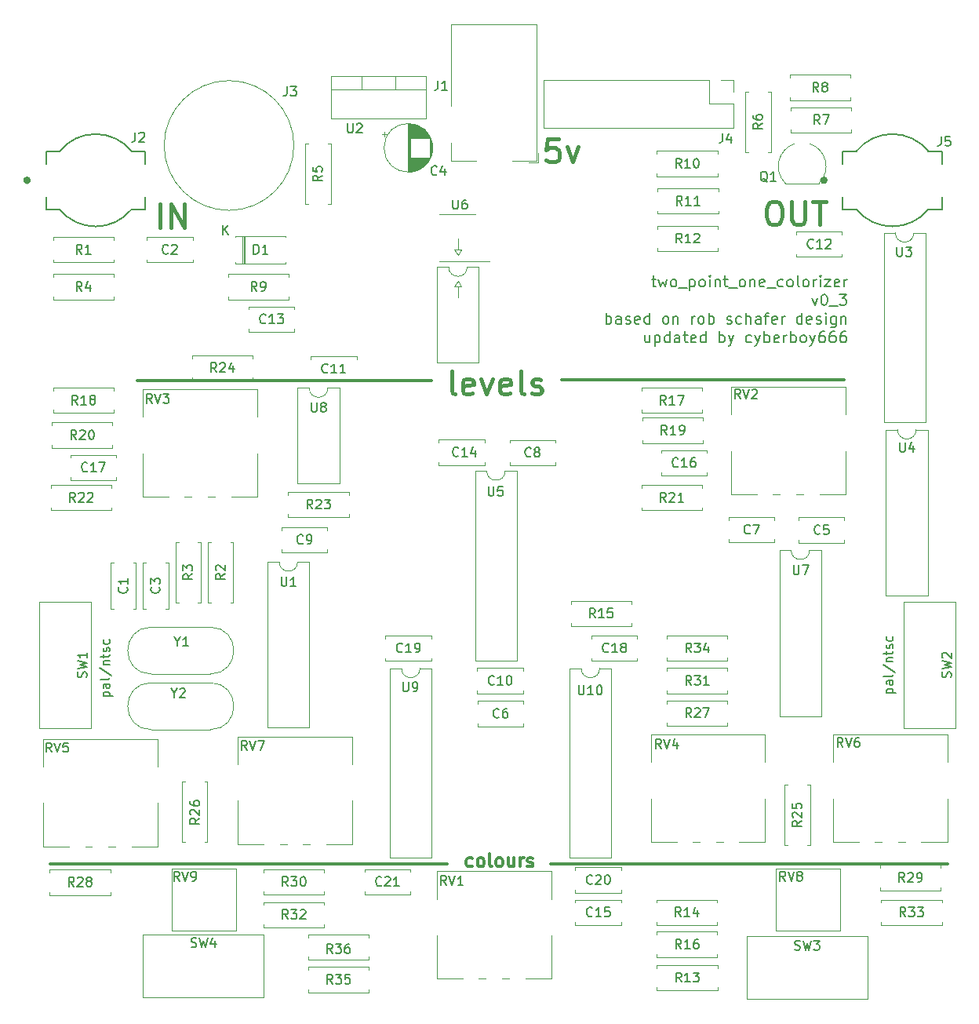
<source format=gbr>
G04 #@! TF.GenerationSoftware,KiCad,Pcbnew,5.1.10*
G04 #@! TF.CreationDate,2021-10-22T11:34:36+13:00*
G04 #@! TF.ProjectId,two_point_one_colorizer,74776f5f-706f-4696-9e74-5f6f6e655f63,rev?*
G04 #@! TF.SameCoordinates,Original*
G04 #@! TF.FileFunction,Legend,Top*
G04 #@! TF.FilePolarity,Positive*
%FSLAX46Y46*%
G04 Gerber Fmt 4.6, Leading zero omitted, Abs format (unit mm)*
G04 Created by KiCad (PCBNEW 5.1.10) date 2021-10-22 11:34:36*
%MOMM*%
%LPD*%
G01*
G04 APERTURE LIST*
%ADD10C,0.350000*%
%ADD11C,0.200000*%
%ADD12C,0.450000*%
%ADD13C,0.120000*%
%ADD14C,0.127000*%
%ADD15C,0.400000*%
%ADD16C,0.150000*%
G04 APERTURE END LIST*
D10*
X107120000Y-120280000D02*
X149950000Y-120280000D01*
X161100000Y-120290000D02*
X203930000Y-120290000D01*
X116540000Y-68090000D02*
X148280000Y-68090000D01*
X162310000Y-67990000D02*
X192820000Y-67990000D01*
D11*
X112835714Y-102173809D02*
X113835714Y-102173809D01*
X112883333Y-102173809D02*
X112835714Y-102078571D01*
X112835714Y-101888095D01*
X112883333Y-101792857D01*
X112930952Y-101745238D01*
X113026190Y-101697619D01*
X113311904Y-101697619D01*
X113407142Y-101745238D01*
X113454761Y-101792857D01*
X113502380Y-101888095D01*
X113502380Y-102078571D01*
X113454761Y-102173809D01*
X113502380Y-100840476D02*
X112978571Y-100840476D01*
X112883333Y-100888095D01*
X112835714Y-100983333D01*
X112835714Y-101173809D01*
X112883333Y-101269047D01*
X113454761Y-100840476D02*
X113502380Y-100935714D01*
X113502380Y-101173809D01*
X113454761Y-101269047D01*
X113359523Y-101316666D01*
X113264285Y-101316666D01*
X113169047Y-101269047D01*
X113121428Y-101173809D01*
X113121428Y-100935714D01*
X113073809Y-100840476D01*
X113502380Y-100221428D02*
X113454761Y-100316666D01*
X113359523Y-100364285D01*
X112502380Y-100364285D01*
X112454761Y-99126190D02*
X113740476Y-99983333D01*
X112835714Y-98792857D02*
X113502380Y-98792857D01*
X112930952Y-98792857D02*
X112883333Y-98745238D01*
X112835714Y-98650000D01*
X112835714Y-98507142D01*
X112883333Y-98411904D01*
X112978571Y-98364285D01*
X113502380Y-98364285D01*
X112835714Y-98030952D02*
X112835714Y-97650000D01*
X112502380Y-97888095D02*
X113359523Y-97888095D01*
X113454761Y-97840476D01*
X113502380Y-97745238D01*
X113502380Y-97650000D01*
X113454761Y-97364285D02*
X113502380Y-97269047D01*
X113502380Y-97078571D01*
X113454761Y-96983333D01*
X113359523Y-96935714D01*
X113311904Y-96935714D01*
X113216666Y-96983333D01*
X113169047Y-97078571D01*
X113169047Y-97221428D01*
X113121428Y-97316666D01*
X113026190Y-97364285D01*
X112978571Y-97364285D01*
X112883333Y-97316666D01*
X112835714Y-97221428D01*
X112835714Y-97078571D01*
X112883333Y-96983333D01*
X113454761Y-96078571D02*
X113502380Y-96173809D01*
X113502380Y-96364285D01*
X113454761Y-96459523D01*
X113407142Y-96507142D01*
X113311904Y-96554761D01*
X113026190Y-96554761D01*
X112930952Y-96507142D01*
X112883333Y-96459523D01*
X112835714Y-96364285D01*
X112835714Y-96173809D01*
X112883333Y-96078571D01*
X172012857Y-57192857D02*
X172470000Y-57192857D01*
X172184285Y-56792857D02*
X172184285Y-57821428D01*
X172241428Y-57935714D01*
X172355714Y-57992857D01*
X172470000Y-57992857D01*
X172755714Y-57192857D02*
X172984285Y-57992857D01*
X173212857Y-57421428D01*
X173441428Y-57992857D01*
X173670000Y-57192857D01*
X174298571Y-57992857D02*
X174184285Y-57935714D01*
X174127142Y-57878571D01*
X174070000Y-57764285D01*
X174070000Y-57421428D01*
X174127142Y-57307142D01*
X174184285Y-57250000D01*
X174298571Y-57192857D01*
X174470000Y-57192857D01*
X174584285Y-57250000D01*
X174641428Y-57307142D01*
X174698571Y-57421428D01*
X174698571Y-57764285D01*
X174641428Y-57878571D01*
X174584285Y-57935714D01*
X174470000Y-57992857D01*
X174298571Y-57992857D01*
X174927142Y-58107142D02*
X175841428Y-58107142D01*
X176127142Y-57192857D02*
X176127142Y-58392857D01*
X176127142Y-57250000D02*
X176241428Y-57192857D01*
X176470000Y-57192857D01*
X176584285Y-57250000D01*
X176641428Y-57307142D01*
X176698571Y-57421428D01*
X176698571Y-57764285D01*
X176641428Y-57878571D01*
X176584285Y-57935714D01*
X176470000Y-57992857D01*
X176241428Y-57992857D01*
X176127142Y-57935714D01*
X177384285Y-57992857D02*
X177270000Y-57935714D01*
X177212857Y-57878571D01*
X177155714Y-57764285D01*
X177155714Y-57421428D01*
X177212857Y-57307142D01*
X177270000Y-57250000D01*
X177384285Y-57192857D01*
X177555714Y-57192857D01*
X177670000Y-57250000D01*
X177727142Y-57307142D01*
X177784285Y-57421428D01*
X177784285Y-57764285D01*
X177727142Y-57878571D01*
X177670000Y-57935714D01*
X177555714Y-57992857D01*
X177384285Y-57992857D01*
X178298571Y-57992857D02*
X178298571Y-57192857D01*
X178298571Y-56792857D02*
X178241428Y-56850000D01*
X178298571Y-56907142D01*
X178355714Y-56850000D01*
X178298571Y-56792857D01*
X178298571Y-56907142D01*
X178870000Y-57192857D02*
X178870000Y-57992857D01*
X178870000Y-57307142D02*
X178927142Y-57250000D01*
X179041428Y-57192857D01*
X179212857Y-57192857D01*
X179327142Y-57250000D01*
X179384285Y-57364285D01*
X179384285Y-57992857D01*
X179784285Y-57192857D02*
X180241428Y-57192857D01*
X179955714Y-56792857D02*
X179955714Y-57821428D01*
X180012857Y-57935714D01*
X180127142Y-57992857D01*
X180241428Y-57992857D01*
X180355714Y-58107142D02*
X181270000Y-58107142D01*
X181727142Y-57992857D02*
X181612857Y-57935714D01*
X181555714Y-57878571D01*
X181498571Y-57764285D01*
X181498571Y-57421428D01*
X181555714Y-57307142D01*
X181612857Y-57250000D01*
X181727142Y-57192857D01*
X181898571Y-57192857D01*
X182012857Y-57250000D01*
X182070000Y-57307142D01*
X182127142Y-57421428D01*
X182127142Y-57764285D01*
X182070000Y-57878571D01*
X182012857Y-57935714D01*
X181898571Y-57992857D01*
X181727142Y-57992857D01*
X182641428Y-57192857D02*
X182641428Y-57992857D01*
X182641428Y-57307142D02*
X182698571Y-57250000D01*
X182812857Y-57192857D01*
X182984285Y-57192857D01*
X183098571Y-57250000D01*
X183155714Y-57364285D01*
X183155714Y-57992857D01*
X184184285Y-57935714D02*
X184070000Y-57992857D01*
X183841428Y-57992857D01*
X183727142Y-57935714D01*
X183670000Y-57821428D01*
X183670000Y-57364285D01*
X183727142Y-57250000D01*
X183841428Y-57192857D01*
X184070000Y-57192857D01*
X184184285Y-57250000D01*
X184241428Y-57364285D01*
X184241428Y-57478571D01*
X183670000Y-57592857D01*
X184470000Y-58107142D02*
X185384285Y-58107142D01*
X186184285Y-57935714D02*
X186070000Y-57992857D01*
X185841428Y-57992857D01*
X185727142Y-57935714D01*
X185670000Y-57878571D01*
X185612857Y-57764285D01*
X185612857Y-57421428D01*
X185670000Y-57307142D01*
X185727142Y-57250000D01*
X185841428Y-57192857D01*
X186070000Y-57192857D01*
X186184285Y-57250000D01*
X186870000Y-57992857D02*
X186755714Y-57935714D01*
X186698571Y-57878571D01*
X186641428Y-57764285D01*
X186641428Y-57421428D01*
X186698571Y-57307142D01*
X186755714Y-57250000D01*
X186870000Y-57192857D01*
X187041428Y-57192857D01*
X187155714Y-57250000D01*
X187212857Y-57307142D01*
X187270000Y-57421428D01*
X187270000Y-57764285D01*
X187212857Y-57878571D01*
X187155714Y-57935714D01*
X187041428Y-57992857D01*
X186870000Y-57992857D01*
X187955714Y-57992857D02*
X187841428Y-57935714D01*
X187784285Y-57821428D01*
X187784285Y-56792857D01*
X188584285Y-57992857D02*
X188470000Y-57935714D01*
X188412857Y-57878571D01*
X188355714Y-57764285D01*
X188355714Y-57421428D01*
X188412857Y-57307142D01*
X188470000Y-57250000D01*
X188584285Y-57192857D01*
X188755714Y-57192857D01*
X188870000Y-57250000D01*
X188927142Y-57307142D01*
X188984285Y-57421428D01*
X188984285Y-57764285D01*
X188927142Y-57878571D01*
X188870000Y-57935714D01*
X188755714Y-57992857D01*
X188584285Y-57992857D01*
X189498571Y-57992857D02*
X189498571Y-57192857D01*
X189498571Y-57421428D02*
X189555714Y-57307142D01*
X189612857Y-57250000D01*
X189727142Y-57192857D01*
X189841428Y-57192857D01*
X190241428Y-57992857D02*
X190241428Y-57192857D01*
X190241428Y-56792857D02*
X190184285Y-56850000D01*
X190241428Y-56907142D01*
X190298571Y-56850000D01*
X190241428Y-56792857D01*
X190241428Y-56907142D01*
X190698571Y-57192857D02*
X191327142Y-57192857D01*
X190698571Y-57992857D01*
X191327142Y-57992857D01*
X192241428Y-57935714D02*
X192127142Y-57992857D01*
X191898571Y-57992857D01*
X191784285Y-57935714D01*
X191727142Y-57821428D01*
X191727142Y-57364285D01*
X191784285Y-57250000D01*
X191898571Y-57192857D01*
X192127142Y-57192857D01*
X192241428Y-57250000D01*
X192298571Y-57364285D01*
X192298571Y-57478571D01*
X191727142Y-57592857D01*
X192812857Y-57992857D02*
X192812857Y-57192857D01*
X192812857Y-57421428D02*
X192870000Y-57307142D01*
X192927142Y-57250000D01*
X193041428Y-57192857D01*
X193155714Y-57192857D01*
X189327142Y-59192857D02*
X189612857Y-59992857D01*
X189898571Y-59192857D01*
X190584285Y-58792857D02*
X190698571Y-58792857D01*
X190812857Y-58850000D01*
X190870000Y-58907142D01*
X190927142Y-59021428D01*
X190984285Y-59250000D01*
X190984285Y-59535714D01*
X190927142Y-59764285D01*
X190870000Y-59878571D01*
X190812857Y-59935714D01*
X190698571Y-59992857D01*
X190584285Y-59992857D01*
X190470000Y-59935714D01*
X190412857Y-59878571D01*
X190355714Y-59764285D01*
X190298571Y-59535714D01*
X190298571Y-59250000D01*
X190355714Y-59021428D01*
X190412857Y-58907142D01*
X190470000Y-58850000D01*
X190584285Y-58792857D01*
X191212857Y-60107142D02*
X192127142Y-60107142D01*
X192298571Y-58792857D02*
X193041428Y-58792857D01*
X192641428Y-59250000D01*
X192812857Y-59250000D01*
X192927142Y-59307142D01*
X192984285Y-59364285D01*
X193041428Y-59478571D01*
X193041428Y-59764285D01*
X192984285Y-59878571D01*
X192927142Y-59935714D01*
X192812857Y-59992857D01*
X192470000Y-59992857D01*
X192355714Y-59935714D01*
X192298571Y-59878571D01*
X167098571Y-61992857D02*
X167098571Y-60792857D01*
X167098571Y-61250000D02*
X167212857Y-61192857D01*
X167441428Y-61192857D01*
X167555714Y-61250000D01*
X167612857Y-61307142D01*
X167670000Y-61421428D01*
X167670000Y-61764285D01*
X167612857Y-61878571D01*
X167555714Y-61935714D01*
X167441428Y-61992857D01*
X167212857Y-61992857D01*
X167098571Y-61935714D01*
X168698571Y-61992857D02*
X168698571Y-61364285D01*
X168641428Y-61250000D01*
X168527142Y-61192857D01*
X168298571Y-61192857D01*
X168184285Y-61250000D01*
X168698571Y-61935714D02*
X168584285Y-61992857D01*
X168298571Y-61992857D01*
X168184285Y-61935714D01*
X168127142Y-61821428D01*
X168127142Y-61707142D01*
X168184285Y-61592857D01*
X168298571Y-61535714D01*
X168584285Y-61535714D01*
X168698571Y-61478571D01*
X169212857Y-61935714D02*
X169327142Y-61992857D01*
X169555714Y-61992857D01*
X169670000Y-61935714D01*
X169727142Y-61821428D01*
X169727142Y-61764285D01*
X169670000Y-61650000D01*
X169555714Y-61592857D01*
X169384285Y-61592857D01*
X169270000Y-61535714D01*
X169212857Y-61421428D01*
X169212857Y-61364285D01*
X169270000Y-61250000D01*
X169384285Y-61192857D01*
X169555714Y-61192857D01*
X169670000Y-61250000D01*
X170698571Y-61935714D02*
X170584285Y-61992857D01*
X170355714Y-61992857D01*
X170241428Y-61935714D01*
X170184285Y-61821428D01*
X170184285Y-61364285D01*
X170241428Y-61250000D01*
X170355714Y-61192857D01*
X170584285Y-61192857D01*
X170698571Y-61250000D01*
X170755714Y-61364285D01*
X170755714Y-61478571D01*
X170184285Y-61592857D01*
X171784285Y-61992857D02*
X171784285Y-60792857D01*
X171784285Y-61935714D02*
X171670000Y-61992857D01*
X171441428Y-61992857D01*
X171327142Y-61935714D01*
X171270000Y-61878571D01*
X171212857Y-61764285D01*
X171212857Y-61421428D01*
X171270000Y-61307142D01*
X171327142Y-61250000D01*
X171441428Y-61192857D01*
X171670000Y-61192857D01*
X171784285Y-61250000D01*
X173441428Y-61992857D02*
X173327142Y-61935714D01*
X173270000Y-61878571D01*
X173212857Y-61764285D01*
X173212857Y-61421428D01*
X173270000Y-61307142D01*
X173327142Y-61250000D01*
X173441428Y-61192857D01*
X173612857Y-61192857D01*
X173727142Y-61250000D01*
X173784285Y-61307142D01*
X173841428Y-61421428D01*
X173841428Y-61764285D01*
X173784285Y-61878571D01*
X173727142Y-61935714D01*
X173612857Y-61992857D01*
X173441428Y-61992857D01*
X174355714Y-61192857D02*
X174355714Y-61992857D01*
X174355714Y-61307142D02*
X174412857Y-61250000D01*
X174527142Y-61192857D01*
X174698571Y-61192857D01*
X174812857Y-61250000D01*
X174870000Y-61364285D01*
X174870000Y-61992857D01*
X176355714Y-61992857D02*
X176355714Y-61192857D01*
X176355714Y-61421428D02*
X176412857Y-61307142D01*
X176470000Y-61250000D01*
X176584285Y-61192857D01*
X176698571Y-61192857D01*
X177270000Y-61992857D02*
X177155714Y-61935714D01*
X177098571Y-61878571D01*
X177041428Y-61764285D01*
X177041428Y-61421428D01*
X177098571Y-61307142D01*
X177155714Y-61250000D01*
X177270000Y-61192857D01*
X177441428Y-61192857D01*
X177555714Y-61250000D01*
X177612857Y-61307142D01*
X177670000Y-61421428D01*
X177670000Y-61764285D01*
X177612857Y-61878571D01*
X177555714Y-61935714D01*
X177441428Y-61992857D01*
X177270000Y-61992857D01*
X178184285Y-61992857D02*
X178184285Y-60792857D01*
X178184285Y-61250000D02*
X178298571Y-61192857D01*
X178527142Y-61192857D01*
X178641428Y-61250000D01*
X178698571Y-61307142D01*
X178755714Y-61421428D01*
X178755714Y-61764285D01*
X178698571Y-61878571D01*
X178641428Y-61935714D01*
X178527142Y-61992857D01*
X178298571Y-61992857D01*
X178184285Y-61935714D01*
X180127142Y-61935714D02*
X180241428Y-61992857D01*
X180470000Y-61992857D01*
X180584285Y-61935714D01*
X180641428Y-61821428D01*
X180641428Y-61764285D01*
X180584285Y-61650000D01*
X180470000Y-61592857D01*
X180298571Y-61592857D01*
X180184285Y-61535714D01*
X180127142Y-61421428D01*
X180127142Y-61364285D01*
X180184285Y-61250000D01*
X180298571Y-61192857D01*
X180470000Y-61192857D01*
X180584285Y-61250000D01*
X181670000Y-61935714D02*
X181555714Y-61992857D01*
X181327142Y-61992857D01*
X181212857Y-61935714D01*
X181155714Y-61878571D01*
X181098571Y-61764285D01*
X181098571Y-61421428D01*
X181155714Y-61307142D01*
X181212857Y-61250000D01*
X181327142Y-61192857D01*
X181555714Y-61192857D01*
X181670000Y-61250000D01*
X182184285Y-61992857D02*
X182184285Y-60792857D01*
X182698571Y-61992857D02*
X182698571Y-61364285D01*
X182641428Y-61250000D01*
X182527142Y-61192857D01*
X182355714Y-61192857D01*
X182241428Y-61250000D01*
X182184285Y-61307142D01*
X183784285Y-61992857D02*
X183784285Y-61364285D01*
X183727142Y-61250000D01*
X183612857Y-61192857D01*
X183384285Y-61192857D01*
X183270000Y-61250000D01*
X183784285Y-61935714D02*
X183670000Y-61992857D01*
X183384285Y-61992857D01*
X183270000Y-61935714D01*
X183212857Y-61821428D01*
X183212857Y-61707142D01*
X183270000Y-61592857D01*
X183384285Y-61535714D01*
X183670000Y-61535714D01*
X183784285Y-61478571D01*
X184184285Y-61192857D02*
X184641428Y-61192857D01*
X184355714Y-61992857D02*
X184355714Y-60964285D01*
X184412857Y-60850000D01*
X184527142Y-60792857D01*
X184641428Y-60792857D01*
X185498571Y-61935714D02*
X185384285Y-61992857D01*
X185155714Y-61992857D01*
X185041428Y-61935714D01*
X184984285Y-61821428D01*
X184984285Y-61364285D01*
X185041428Y-61250000D01*
X185155714Y-61192857D01*
X185384285Y-61192857D01*
X185498571Y-61250000D01*
X185555714Y-61364285D01*
X185555714Y-61478571D01*
X184984285Y-61592857D01*
X186070000Y-61992857D02*
X186070000Y-61192857D01*
X186070000Y-61421428D02*
X186127142Y-61307142D01*
X186184285Y-61250000D01*
X186298571Y-61192857D01*
X186412857Y-61192857D01*
X188241428Y-61992857D02*
X188241428Y-60792857D01*
X188241428Y-61935714D02*
X188127142Y-61992857D01*
X187898571Y-61992857D01*
X187784285Y-61935714D01*
X187727142Y-61878571D01*
X187670000Y-61764285D01*
X187670000Y-61421428D01*
X187727142Y-61307142D01*
X187784285Y-61250000D01*
X187898571Y-61192857D01*
X188127142Y-61192857D01*
X188241428Y-61250000D01*
X189270000Y-61935714D02*
X189155714Y-61992857D01*
X188927142Y-61992857D01*
X188812857Y-61935714D01*
X188755714Y-61821428D01*
X188755714Y-61364285D01*
X188812857Y-61250000D01*
X188927142Y-61192857D01*
X189155714Y-61192857D01*
X189270000Y-61250000D01*
X189327142Y-61364285D01*
X189327142Y-61478571D01*
X188755714Y-61592857D01*
X189784285Y-61935714D02*
X189898571Y-61992857D01*
X190127142Y-61992857D01*
X190241428Y-61935714D01*
X190298571Y-61821428D01*
X190298571Y-61764285D01*
X190241428Y-61650000D01*
X190127142Y-61592857D01*
X189955714Y-61592857D01*
X189841428Y-61535714D01*
X189784285Y-61421428D01*
X189784285Y-61364285D01*
X189841428Y-61250000D01*
X189955714Y-61192857D01*
X190127142Y-61192857D01*
X190241428Y-61250000D01*
X190812857Y-61992857D02*
X190812857Y-61192857D01*
X190812857Y-60792857D02*
X190755714Y-60850000D01*
X190812857Y-60907142D01*
X190870000Y-60850000D01*
X190812857Y-60792857D01*
X190812857Y-60907142D01*
X191898571Y-61192857D02*
X191898571Y-62164285D01*
X191841428Y-62278571D01*
X191784285Y-62335714D01*
X191670000Y-62392857D01*
X191498571Y-62392857D01*
X191384285Y-62335714D01*
X191898571Y-61935714D02*
X191784285Y-61992857D01*
X191555714Y-61992857D01*
X191441428Y-61935714D01*
X191384285Y-61878571D01*
X191327142Y-61764285D01*
X191327142Y-61421428D01*
X191384285Y-61307142D01*
X191441428Y-61250000D01*
X191555714Y-61192857D01*
X191784285Y-61192857D01*
X191898571Y-61250000D01*
X192470000Y-61192857D02*
X192470000Y-61992857D01*
X192470000Y-61307142D02*
X192527142Y-61250000D01*
X192641428Y-61192857D01*
X192812857Y-61192857D01*
X192927142Y-61250000D01*
X192984285Y-61364285D01*
X192984285Y-61992857D01*
X171784285Y-63192857D02*
X171784285Y-63992857D01*
X171270000Y-63192857D02*
X171270000Y-63821428D01*
X171327142Y-63935714D01*
X171441428Y-63992857D01*
X171612857Y-63992857D01*
X171727142Y-63935714D01*
X171784285Y-63878571D01*
X172355714Y-63192857D02*
X172355714Y-64392857D01*
X172355714Y-63250000D02*
X172470000Y-63192857D01*
X172698571Y-63192857D01*
X172812857Y-63250000D01*
X172870000Y-63307142D01*
X172927142Y-63421428D01*
X172927142Y-63764285D01*
X172870000Y-63878571D01*
X172812857Y-63935714D01*
X172698571Y-63992857D01*
X172470000Y-63992857D01*
X172355714Y-63935714D01*
X173955714Y-63992857D02*
X173955714Y-62792857D01*
X173955714Y-63935714D02*
X173841428Y-63992857D01*
X173612857Y-63992857D01*
X173498571Y-63935714D01*
X173441428Y-63878571D01*
X173384285Y-63764285D01*
X173384285Y-63421428D01*
X173441428Y-63307142D01*
X173498571Y-63250000D01*
X173612857Y-63192857D01*
X173841428Y-63192857D01*
X173955714Y-63250000D01*
X175041428Y-63992857D02*
X175041428Y-63364285D01*
X174984285Y-63250000D01*
X174870000Y-63192857D01*
X174641428Y-63192857D01*
X174527142Y-63250000D01*
X175041428Y-63935714D02*
X174927142Y-63992857D01*
X174641428Y-63992857D01*
X174527142Y-63935714D01*
X174470000Y-63821428D01*
X174470000Y-63707142D01*
X174527142Y-63592857D01*
X174641428Y-63535714D01*
X174927142Y-63535714D01*
X175041428Y-63478571D01*
X175441428Y-63192857D02*
X175898571Y-63192857D01*
X175612857Y-62792857D02*
X175612857Y-63821428D01*
X175670000Y-63935714D01*
X175784285Y-63992857D01*
X175898571Y-63992857D01*
X176755714Y-63935714D02*
X176641428Y-63992857D01*
X176412857Y-63992857D01*
X176298571Y-63935714D01*
X176241428Y-63821428D01*
X176241428Y-63364285D01*
X176298571Y-63250000D01*
X176412857Y-63192857D01*
X176641428Y-63192857D01*
X176755714Y-63250000D01*
X176812857Y-63364285D01*
X176812857Y-63478571D01*
X176241428Y-63592857D01*
X177841428Y-63992857D02*
X177841428Y-62792857D01*
X177841428Y-63935714D02*
X177727142Y-63992857D01*
X177498571Y-63992857D01*
X177384285Y-63935714D01*
X177327142Y-63878571D01*
X177270000Y-63764285D01*
X177270000Y-63421428D01*
X177327142Y-63307142D01*
X177384285Y-63250000D01*
X177498571Y-63192857D01*
X177727142Y-63192857D01*
X177841428Y-63250000D01*
X179327142Y-63992857D02*
X179327142Y-62792857D01*
X179327142Y-63250000D02*
X179441428Y-63192857D01*
X179670000Y-63192857D01*
X179784285Y-63250000D01*
X179841428Y-63307142D01*
X179898571Y-63421428D01*
X179898571Y-63764285D01*
X179841428Y-63878571D01*
X179784285Y-63935714D01*
X179670000Y-63992857D01*
X179441428Y-63992857D01*
X179327142Y-63935714D01*
X180298571Y-63192857D02*
X180584285Y-63992857D01*
X180870000Y-63192857D02*
X180584285Y-63992857D01*
X180470000Y-64278571D01*
X180412857Y-64335714D01*
X180298571Y-64392857D01*
X182755714Y-63935714D02*
X182641428Y-63992857D01*
X182412857Y-63992857D01*
X182298571Y-63935714D01*
X182241428Y-63878571D01*
X182184285Y-63764285D01*
X182184285Y-63421428D01*
X182241428Y-63307142D01*
X182298571Y-63250000D01*
X182412857Y-63192857D01*
X182641428Y-63192857D01*
X182755714Y-63250000D01*
X183155714Y-63192857D02*
X183441428Y-63992857D01*
X183727142Y-63192857D02*
X183441428Y-63992857D01*
X183327142Y-64278571D01*
X183270000Y-64335714D01*
X183155714Y-64392857D01*
X184184285Y-63992857D02*
X184184285Y-62792857D01*
X184184285Y-63250000D02*
X184298571Y-63192857D01*
X184527142Y-63192857D01*
X184641428Y-63250000D01*
X184698571Y-63307142D01*
X184755714Y-63421428D01*
X184755714Y-63764285D01*
X184698571Y-63878571D01*
X184641428Y-63935714D01*
X184527142Y-63992857D01*
X184298571Y-63992857D01*
X184184285Y-63935714D01*
X185727142Y-63935714D02*
X185612857Y-63992857D01*
X185384285Y-63992857D01*
X185270000Y-63935714D01*
X185212857Y-63821428D01*
X185212857Y-63364285D01*
X185270000Y-63250000D01*
X185384285Y-63192857D01*
X185612857Y-63192857D01*
X185727142Y-63250000D01*
X185784285Y-63364285D01*
X185784285Y-63478571D01*
X185212857Y-63592857D01*
X186298571Y-63992857D02*
X186298571Y-63192857D01*
X186298571Y-63421428D02*
X186355714Y-63307142D01*
X186412857Y-63250000D01*
X186527142Y-63192857D01*
X186641428Y-63192857D01*
X187041428Y-63992857D02*
X187041428Y-62792857D01*
X187041428Y-63250000D02*
X187155714Y-63192857D01*
X187384285Y-63192857D01*
X187498571Y-63250000D01*
X187555714Y-63307142D01*
X187612857Y-63421428D01*
X187612857Y-63764285D01*
X187555714Y-63878571D01*
X187498571Y-63935714D01*
X187384285Y-63992857D01*
X187155714Y-63992857D01*
X187041428Y-63935714D01*
X188298571Y-63992857D02*
X188184285Y-63935714D01*
X188127142Y-63878571D01*
X188070000Y-63764285D01*
X188070000Y-63421428D01*
X188127142Y-63307142D01*
X188184285Y-63250000D01*
X188298571Y-63192857D01*
X188470000Y-63192857D01*
X188584285Y-63250000D01*
X188641428Y-63307142D01*
X188698571Y-63421428D01*
X188698571Y-63764285D01*
X188641428Y-63878571D01*
X188584285Y-63935714D01*
X188470000Y-63992857D01*
X188298571Y-63992857D01*
X189098571Y-63192857D02*
X189384285Y-63992857D01*
X189670000Y-63192857D02*
X189384285Y-63992857D01*
X189270000Y-64278571D01*
X189212857Y-64335714D01*
X189098571Y-64392857D01*
X190641428Y-62792857D02*
X190412857Y-62792857D01*
X190298571Y-62850000D01*
X190241428Y-62907142D01*
X190127142Y-63078571D01*
X190070000Y-63307142D01*
X190070000Y-63764285D01*
X190127142Y-63878571D01*
X190184285Y-63935714D01*
X190298571Y-63992857D01*
X190527142Y-63992857D01*
X190641428Y-63935714D01*
X190698571Y-63878571D01*
X190755714Y-63764285D01*
X190755714Y-63478571D01*
X190698571Y-63364285D01*
X190641428Y-63307142D01*
X190527142Y-63250000D01*
X190298571Y-63250000D01*
X190184285Y-63307142D01*
X190127142Y-63364285D01*
X190070000Y-63478571D01*
X191784285Y-62792857D02*
X191555714Y-62792857D01*
X191441428Y-62850000D01*
X191384285Y-62907142D01*
X191270000Y-63078571D01*
X191212857Y-63307142D01*
X191212857Y-63764285D01*
X191270000Y-63878571D01*
X191327142Y-63935714D01*
X191441428Y-63992857D01*
X191670000Y-63992857D01*
X191784285Y-63935714D01*
X191841428Y-63878571D01*
X191898571Y-63764285D01*
X191898571Y-63478571D01*
X191841428Y-63364285D01*
X191784285Y-63307142D01*
X191670000Y-63250000D01*
X191441428Y-63250000D01*
X191327142Y-63307142D01*
X191270000Y-63364285D01*
X191212857Y-63478571D01*
X192927142Y-62792857D02*
X192698571Y-62792857D01*
X192584285Y-62850000D01*
X192527142Y-62907142D01*
X192412857Y-63078571D01*
X192355714Y-63307142D01*
X192355714Y-63764285D01*
X192412857Y-63878571D01*
X192470000Y-63935714D01*
X192584285Y-63992857D01*
X192812857Y-63992857D01*
X192927142Y-63935714D01*
X192984285Y-63878571D01*
X193041428Y-63764285D01*
X193041428Y-63478571D01*
X192984285Y-63364285D01*
X192927142Y-63307142D01*
X192812857Y-63250000D01*
X192584285Y-63250000D01*
X192470000Y-63307142D01*
X192412857Y-63364285D01*
X192355714Y-63478571D01*
X197385714Y-101823809D02*
X198385714Y-101823809D01*
X197433333Y-101823809D02*
X197385714Y-101728571D01*
X197385714Y-101538095D01*
X197433333Y-101442857D01*
X197480952Y-101395238D01*
X197576190Y-101347619D01*
X197861904Y-101347619D01*
X197957142Y-101395238D01*
X198004761Y-101442857D01*
X198052380Y-101538095D01*
X198052380Y-101728571D01*
X198004761Y-101823809D01*
X198052380Y-100490476D02*
X197528571Y-100490476D01*
X197433333Y-100538095D01*
X197385714Y-100633333D01*
X197385714Y-100823809D01*
X197433333Y-100919047D01*
X198004761Y-100490476D02*
X198052380Y-100585714D01*
X198052380Y-100823809D01*
X198004761Y-100919047D01*
X197909523Y-100966666D01*
X197814285Y-100966666D01*
X197719047Y-100919047D01*
X197671428Y-100823809D01*
X197671428Y-100585714D01*
X197623809Y-100490476D01*
X198052380Y-99871428D02*
X198004761Y-99966666D01*
X197909523Y-100014285D01*
X197052380Y-100014285D01*
X197004761Y-98776190D02*
X198290476Y-99633333D01*
X197385714Y-98442857D02*
X198052380Y-98442857D01*
X197480952Y-98442857D02*
X197433333Y-98395238D01*
X197385714Y-98300000D01*
X197385714Y-98157142D01*
X197433333Y-98061904D01*
X197528571Y-98014285D01*
X198052380Y-98014285D01*
X197385714Y-97680952D02*
X197385714Y-97300000D01*
X197052380Y-97538095D02*
X197909523Y-97538095D01*
X198004761Y-97490476D01*
X198052380Y-97395238D01*
X198052380Y-97300000D01*
X198004761Y-97014285D02*
X198052380Y-96919047D01*
X198052380Y-96728571D01*
X198004761Y-96633333D01*
X197909523Y-96585714D01*
X197861904Y-96585714D01*
X197766666Y-96633333D01*
X197719047Y-96728571D01*
X197719047Y-96871428D01*
X197671428Y-96966666D01*
X197576190Y-97014285D01*
X197528571Y-97014285D01*
X197433333Y-96966666D01*
X197385714Y-96871428D01*
X197385714Y-96728571D01*
X197433333Y-96633333D01*
X198004761Y-95728571D02*
X198052380Y-95823809D01*
X198052380Y-96014285D01*
X198004761Y-96109523D01*
X197957142Y-96157142D01*
X197861904Y-96204761D01*
X197576190Y-96204761D01*
X197480952Y-96157142D01*
X197433333Y-96109523D01*
X197385714Y-96014285D01*
X197385714Y-95823809D01*
X197433333Y-95728571D01*
D12*
X161942857Y-42030952D02*
X160752380Y-42030952D01*
X160633333Y-43221428D01*
X160752380Y-43102380D01*
X160990476Y-42983333D01*
X161585714Y-42983333D01*
X161823809Y-43102380D01*
X161942857Y-43221428D01*
X162061904Y-43459523D01*
X162061904Y-44054761D01*
X161942857Y-44292857D01*
X161823809Y-44411904D01*
X161585714Y-44530952D01*
X160990476Y-44530952D01*
X160752380Y-44411904D01*
X160633333Y-44292857D01*
X162895238Y-42864285D02*
X163490476Y-44530952D01*
X164085714Y-42864285D01*
X185010000Y-48770952D02*
X185486190Y-48770952D01*
X185724285Y-48890000D01*
X185962380Y-49128095D01*
X186081428Y-49604285D01*
X186081428Y-50437619D01*
X185962380Y-50913809D01*
X185724285Y-51151904D01*
X185486190Y-51270952D01*
X185010000Y-51270952D01*
X184771904Y-51151904D01*
X184533809Y-50913809D01*
X184414761Y-50437619D01*
X184414761Y-49604285D01*
X184533809Y-49128095D01*
X184771904Y-48890000D01*
X185010000Y-48770952D01*
X187152857Y-48770952D02*
X187152857Y-50794761D01*
X187271904Y-51032857D01*
X187390952Y-51151904D01*
X187629047Y-51270952D01*
X188105238Y-51270952D01*
X188343333Y-51151904D01*
X188462380Y-51032857D01*
X188581428Y-50794761D01*
X188581428Y-48770952D01*
X189414761Y-48770952D02*
X190843333Y-48770952D01*
X190129047Y-51270952D02*
X190129047Y-48770952D01*
X118990476Y-51580952D02*
X118990476Y-49080952D01*
X120180952Y-51580952D02*
X120180952Y-49080952D01*
X121609523Y-51580952D01*
X121609523Y-49080952D01*
X150765714Y-69570952D02*
X150527619Y-69451904D01*
X150408571Y-69213809D01*
X150408571Y-67070952D01*
X152670476Y-69451904D02*
X152432380Y-69570952D01*
X151956190Y-69570952D01*
X151718095Y-69451904D01*
X151599047Y-69213809D01*
X151599047Y-68261428D01*
X151718095Y-68023333D01*
X151956190Y-67904285D01*
X152432380Y-67904285D01*
X152670476Y-68023333D01*
X152789523Y-68261428D01*
X152789523Y-68499523D01*
X151599047Y-68737619D01*
X153622857Y-67904285D02*
X154218095Y-69570952D01*
X154813333Y-67904285D01*
X156718095Y-69451904D02*
X156480000Y-69570952D01*
X156003809Y-69570952D01*
X155765714Y-69451904D01*
X155646666Y-69213809D01*
X155646666Y-68261428D01*
X155765714Y-68023333D01*
X156003809Y-67904285D01*
X156480000Y-67904285D01*
X156718095Y-68023333D01*
X156837142Y-68261428D01*
X156837142Y-68499523D01*
X155646666Y-68737619D01*
X158265714Y-69570952D02*
X158027619Y-69451904D01*
X157908571Y-69213809D01*
X157908571Y-67070952D01*
X159099047Y-69451904D02*
X159337142Y-69570952D01*
X159813333Y-69570952D01*
X160051428Y-69451904D01*
X160170476Y-69213809D01*
X160170476Y-69094761D01*
X160051428Y-68856666D01*
X159813333Y-68737619D01*
X159456190Y-68737619D01*
X159218095Y-68618571D01*
X159099047Y-68380476D01*
X159099047Y-68261428D01*
X159218095Y-68023333D01*
X159456190Y-67904285D01*
X159813333Y-67904285D01*
X160051428Y-68023333D01*
D10*
X152676666Y-120496666D02*
X152543333Y-120563333D01*
X152276666Y-120563333D01*
X152143333Y-120496666D01*
X152076666Y-120430000D01*
X152010000Y-120296666D01*
X152010000Y-119896666D01*
X152076666Y-119763333D01*
X152143333Y-119696666D01*
X152276666Y-119630000D01*
X152543333Y-119630000D01*
X152676666Y-119696666D01*
X153476666Y-120563333D02*
X153343333Y-120496666D01*
X153276666Y-120430000D01*
X153210000Y-120296666D01*
X153210000Y-119896666D01*
X153276666Y-119763333D01*
X153343333Y-119696666D01*
X153476666Y-119630000D01*
X153676666Y-119630000D01*
X153810000Y-119696666D01*
X153876666Y-119763333D01*
X153943333Y-119896666D01*
X153943333Y-120296666D01*
X153876666Y-120430000D01*
X153810000Y-120496666D01*
X153676666Y-120563333D01*
X153476666Y-120563333D01*
X154743333Y-120563333D02*
X154610000Y-120496666D01*
X154543333Y-120363333D01*
X154543333Y-119163333D01*
X155476666Y-120563333D02*
X155343333Y-120496666D01*
X155276666Y-120430000D01*
X155210000Y-120296666D01*
X155210000Y-119896666D01*
X155276666Y-119763333D01*
X155343333Y-119696666D01*
X155476666Y-119630000D01*
X155676666Y-119630000D01*
X155810000Y-119696666D01*
X155876666Y-119763333D01*
X155943333Y-119896666D01*
X155943333Y-120296666D01*
X155876666Y-120430000D01*
X155810000Y-120496666D01*
X155676666Y-120563333D01*
X155476666Y-120563333D01*
X157143333Y-119630000D02*
X157143333Y-120563333D01*
X156543333Y-119630000D02*
X156543333Y-120363333D01*
X156610000Y-120496666D01*
X156743333Y-120563333D01*
X156943333Y-120563333D01*
X157076666Y-120496666D01*
X157143333Y-120430000D01*
X157810000Y-120563333D02*
X157810000Y-119630000D01*
X157810000Y-119896666D02*
X157876666Y-119763333D01*
X157943333Y-119696666D01*
X158076666Y-119630000D01*
X158210000Y-119630000D01*
X158610000Y-120496666D02*
X158743333Y-120563333D01*
X159010000Y-120563333D01*
X159143333Y-120496666D01*
X159210000Y-120363333D01*
X159210000Y-120296666D01*
X159143333Y-120163333D01*
X159010000Y-120096666D01*
X158810000Y-120096666D01*
X158676666Y-120030000D01*
X158610000Y-119896666D01*
X158610000Y-119830000D01*
X158676666Y-119696666D01*
X158810000Y-119630000D01*
X159010000Y-119630000D01*
X159143333Y-119696666D01*
D13*
X116370000Y-87780000D02*
X116370000Y-92720000D01*
X113630000Y-87780000D02*
X113630000Y-92720000D01*
X116370000Y-87780000D02*
X116055000Y-87780000D01*
X113945000Y-87780000D02*
X113630000Y-87780000D01*
X116370000Y-92720000D02*
X116055000Y-92720000D01*
X113945000Y-92720000D02*
X113630000Y-92720000D01*
X122470000Y-55370000D02*
X117530000Y-55370000D01*
X122470000Y-52630000D02*
X117530000Y-52630000D01*
X122470000Y-55370000D02*
X122470000Y-55055000D01*
X122470000Y-52945000D02*
X122470000Y-52630000D01*
X117530000Y-55370000D02*
X117530000Y-55055000D01*
X117530000Y-52945000D02*
X117530000Y-52630000D01*
X117445000Y-92720000D02*
X117130000Y-92720000D01*
X119870000Y-92720000D02*
X119555000Y-92720000D01*
X117445000Y-87780000D02*
X117130000Y-87780000D01*
X119870000Y-87780000D02*
X119555000Y-87780000D01*
X117130000Y-87780000D02*
X117130000Y-92720000D01*
X119870000Y-87780000D02*
X119870000Y-92720000D01*
X143195225Y-41275000D02*
X143195225Y-41775000D01*
X142945225Y-41525000D02*
X143445225Y-41525000D01*
X148351000Y-42716000D02*
X148351000Y-43284000D01*
X148311000Y-42482000D02*
X148311000Y-43518000D01*
X148271000Y-42323000D02*
X148271000Y-43677000D01*
X148231000Y-42195000D02*
X148231000Y-43805000D01*
X148191000Y-42085000D02*
X148191000Y-43915000D01*
X148151000Y-41989000D02*
X148151000Y-44011000D01*
X148111000Y-41902000D02*
X148111000Y-44098000D01*
X148071000Y-41822000D02*
X148071000Y-44178000D01*
X148031000Y-44040000D02*
X148031000Y-44251000D01*
X148031000Y-41749000D02*
X148031000Y-41960000D01*
X147991000Y-44040000D02*
X147991000Y-44319000D01*
X147991000Y-41681000D02*
X147991000Y-41960000D01*
X147951000Y-44040000D02*
X147951000Y-44383000D01*
X147951000Y-41617000D02*
X147951000Y-41960000D01*
X147911000Y-44040000D02*
X147911000Y-44443000D01*
X147911000Y-41557000D02*
X147911000Y-41960000D01*
X147871000Y-44040000D02*
X147871000Y-44500000D01*
X147871000Y-41500000D02*
X147871000Y-41960000D01*
X147831000Y-44040000D02*
X147831000Y-44554000D01*
X147831000Y-41446000D02*
X147831000Y-41960000D01*
X147791000Y-44040000D02*
X147791000Y-44605000D01*
X147791000Y-41395000D02*
X147791000Y-41960000D01*
X147751000Y-44040000D02*
X147751000Y-44653000D01*
X147751000Y-41347000D02*
X147751000Y-41960000D01*
X147711000Y-44040000D02*
X147711000Y-44699000D01*
X147711000Y-41301000D02*
X147711000Y-41960000D01*
X147671000Y-44040000D02*
X147671000Y-44743000D01*
X147671000Y-41257000D02*
X147671000Y-41960000D01*
X147631000Y-44040000D02*
X147631000Y-44785000D01*
X147631000Y-41215000D02*
X147631000Y-41960000D01*
X147591000Y-44040000D02*
X147591000Y-44826000D01*
X147591000Y-41174000D02*
X147591000Y-41960000D01*
X147551000Y-44040000D02*
X147551000Y-44864000D01*
X147551000Y-41136000D02*
X147551000Y-41960000D01*
X147511000Y-44040000D02*
X147511000Y-44901000D01*
X147511000Y-41099000D02*
X147511000Y-41960000D01*
X147471000Y-44040000D02*
X147471000Y-44937000D01*
X147471000Y-41063000D02*
X147471000Y-41960000D01*
X147431000Y-44040000D02*
X147431000Y-44971000D01*
X147431000Y-41029000D02*
X147431000Y-41960000D01*
X147391000Y-44040000D02*
X147391000Y-45004000D01*
X147391000Y-40996000D02*
X147391000Y-41960000D01*
X147351000Y-44040000D02*
X147351000Y-45035000D01*
X147351000Y-40965000D02*
X147351000Y-41960000D01*
X147311000Y-44040000D02*
X147311000Y-45065000D01*
X147311000Y-40935000D02*
X147311000Y-41960000D01*
X147271000Y-44040000D02*
X147271000Y-45095000D01*
X147271000Y-40905000D02*
X147271000Y-41960000D01*
X147231000Y-44040000D02*
X147231000Y-45122000D01*
X147231000Y-40878000D02*
X147231000Y-41960000D01*
X147191000Y-44040000D02*
X147191000Y-45149000D01*
X147191000Y-40851000D02*
X147191000Y-41960000D01*
X147151000Y-44040000D02*
X147151000Y-45175000D01*
X147151000Y-40825000D02*
X147151000Y-41960000D01*
X147111000Y-44040000D02*
X147111000Y-45200000D01*
X147111000Y-40800000D02*
X147111000Y-41960000D01*
X147071000Y-44040000D02*
X147071000Y-45224000D01*
X147071000Y-40776000D02*
X147071000Y-41960000D01*
X147031000Y-44040000D02*
X147031000Y-45247000D01*
X147031000Y-40753000D02*
X147031000Y-41960000D01*
X146991000Y-44040000D02*
X146991000Y-45268000D01*
X146991000Y-40732000D02*
X146991000Y-41960000D01*
X146951000Y-44040000D02*
X146951000Y-45290000D01*
X146951000Y-40710000D02*
X146951000Y-41960000D01*
X146911000Y-44040000D02*
X146911000Y-45310000D01*
X146911000Y-40690000D02*
X146911000Y-41960000D01*
X146871000Y-44040000D02*
X146871000Y-45329000D01*
X146871000Y-40671000D02*
X146871000Y-41960000D01*
X146831000Y-44040000D02*
X146831000Y-45348000D01*
X146831000Y-40652000D02*
X146831000Y-41960000D01*
X146791000Y-44040000D02*
X146791000Y-45365000D01*
X146791000Y-40635000D02*
X146791000Y-41960000D01*
X146751000Y-44040000D02*
X146751000Y-45382000D01*
X146751000Y-40618000D02*
X146751000Y-41960000D01*
X146711000Y-44040000D02*
X146711000Y-45398000D01*
X146711000Y-40602000D02*
X146711000Y-41960000D01*
X146671000Y-44040000D02*
X146671000Y-45414000D01*
X146671000Y-40586000D02*
X146671000Y-41960000D01*
X146631000Y-44040000D02*
X146631000Y-45428000D01*
X146631000Y-40572000D02*
X146631000Y-41960000D01*
X146591000Y-44040000D02*
X146591000Y-45442000D01*
X146591000Y-40558000D02*
X146591000Y-41960000D01*
X146551000Y-44040000D02*
X146551000Y-45455000D01*
X146551000Y-40545000D02*
X146551000Y-41960000D01*
X146511000Y-44040000D02*
X146511000Y-45468000D01*
X146511000Y-40532000D02*
X146511000Y-41960000D01*
X146471000Y-44040000D02*
X146471000Y-45480000D01*
X146471000Y-40520000D02*
X146471000Y-41960000D01*
X146430000Y-44040000D02*
X146430000Y-45491000D01*
X146430000Y-40509000D02*
X146430000Y-41960000D01*
X146390000Y-44040000D02*
X146390000Y-45501000D01*
X146390000Y-40499000D02*
X146390000Y-41960000D01*
X146350000Y-44040000D02*
X146350000Y-45511000D01*
X146350000Y-40489000D02*
X146350000Y-41960000D01*
X146310000Y-44040000D02*
X146310000Y-45520000D01*
X146310000Y-40480000D02*
X146310000Y-41960000D01*
X146270000Y-44040000D02*
X146270000Y-45528000D01*
X146270000Y-40472000D02*
X146270000Y-41960000D01*
X146230000Y-44040000D02*
X146230000Y-45536000D01*
X146230000Y-40464000D02*
X146230000Y-41960000D01*
X146190000Y-44040000D02*
X146190000Y-45543000D01*
X146190000Y-40457000D02*
X146190000Y-41960000D01*
X146150000Y-44040000D02*
X146150000Y-45550000D01*
X146150000Y-40450000D02*
X146150000Y-41960000D01*
X146110000Y-44040000D02*
X146110000Y-45556000D01*
X146110000Y-40444000D02*
X146110000Y-41960000D01*
X146070000Y-44040000D02*
X146070000Y-45561000D01*
X146070000Y-40439000D02*
X146070000Y-41960000D01*
X146030000Y-44040000D02*
X146030000Y-45565000D01*
X146030000Y-40435000D02*
X146030000Y-41960000D01*
X145990000Y-44040000D02*
X145990000Y-45569000D01*
X145990000Y-40431000D02*
X145990000Y-41960000D01*
X145950000Y-40427000D02*
X145950000Y-45573000D01*
X145910000Y-40424000D02*
X145910000Y-45576000D01*
X145870000Y-40422000D02*
X145870000Y-45578000D01*
X145830000Y-40421000D02*
X145830000Y-45579000D01*
X145790000Y-40420000D02*
X145790000Y-45580000D01*
X145750000Y-40420000D02*
X145750000Y-45580000D01*
X148370000Y-43000000D02*
G75*
G03*
X148370000Y-43000000I-2620000J0D01*
G01*
X192820000Y-85620000D02*
X187880000Y-85620000D01*
X192820000Y-82880000D02*
X187880000Y-82880000D01*
X192820000Y-85620000D02*
X192820000Y-85305000D01*
X192820000Y-83195000D02*
X192820000Y-82880000D01*
X187880000Y-85620000D02*
X187880000Y-85305000D01*
X187880000Y-83195000D02*
X187880000Y-82880000D01*
X153230000Y-102995000D02*
X153230000Y-102680000D01*
X153230000Y-105420000D02*
X153230000Y-105105000D01*
X158170000Y-102995000D02*
X158170000Y-102680000D01*
X158170000Y-105420000D02*
X158170000Y-105105000D01*
X158170000Y-102680000D02*
X153230000Y-102680000D01*
X158170000Y-105420000D02*
X153230000Y-105420000D01*
X180330000Y-83145000D02*
X180330000Y-82830000D01*
X180330000Y-85570000D02*
X180330000Y-85255000D01*
X185270000Y-83145000D02*
X185270000Y-82830000D01*
X185270000Y-85570000D02*
X185270000Y-85255000D01*
X185270000Y-82830000D02*
X180330000Y-82830000D01*
X185270000Y-85570000D02*
X180330000Y-85570000D01*
X161620000Y-76955000D02*
X161620000Y-77270000D01*
X161620000Y-74530000D02*
X161620000Y-74845000D01*
X156680000Y-76955000D02*
X156680000Y-77270000D01*
X156680000Y-74530000D02*
X156680000Y-74845000D01*
X156680000Y-77270000D02*
X161620000Y-77270000D01*
X156680000Y-74530000D02*
X161620000Y-74530000D01*
X132080000Y-84245000D02*
X132080000Y-83930000D01*
X132080000Y-86670000D02*
X132080000Y-86355000D01*
X137020000Y-84245000D02*
X137020000Y-83930000D01*
X137020000Y-86670000D02*
X137020000Y-86355000D01*
X137020000Y-83930000D02*
X132080000Y-83930000D01*
X137020000Y-86670000D02*
X132080000Y-86670000D01*
X158120000Y-101555000D02*
X158120000Y-101870000D01*
X158120000Y-99130000D02*
X158120000Y-99445000D01*
X153180000Y-101555000D02*
X153180000Y-101870000D01*
X153180000Y-99130000D02*
X153180000Y-99445000D01*
X153180000Y-101870000D02*
X158120000Y-101870000D01*
X153180000Y-99130000D02*
X158120000Y-99130000D01*
X140170000Y-67905000D02*
X140170000Y-68220000D01*
X140170000Y-65480000D02*
X140170000Y-65795000D01*
X135230000Y-67905000D02*
X135230000Y-68220000D01*
X135230000Y-65480000D02*
X135230000Y-65795000D01*
X135230000Y-68220000D02*
X140170000Y-68220000D01*
X135230000Y-65480000D02*
X140170000Y-65480000D01*
X192570000Y-54770000D02*
X187630000Y-54770000D01*
X192570000Y-52030000D02*
X187630000Y-52030000D01*
X192570000Y-54770000D02*
X192570000Y-54455000D01*
X192570000Y-52345000D02*
X192570000Y-52030000D01*
X187630000Y-54770000D02*
X187630000Y-54455000D01*
X187630000Y-52345000D02*
X187630000Y-52030000D01*
X133470000Y-62555000D02*
X133470000Y-62870000D01*
X133470000Y-60130000D02*
X133470000Y-60445000D01*
X128530000Y-62555000D02*
X128530000Y-62870000D01*
X128530000Y-60130000D02*
X128530000Y-60445000D01*
X128530000Y-62870000D02*
X133470000Y-62870000D01*
X128530000Y-60130000D02*
X133470000Y-60130000D01*
X153970000Y-77220000D02*
X149030000Y-77220000D01*
X153970000Y-74480000D02*
X149030000Y-74480000D01*
X153970000Y-77220000D02*
X153970000Y-76905000D01*
X153970000Y-74795000D02*
X153970000Y-74480000D01*
X149030000Y-77220000D02*
X149030000Y-76905000D01*
X149030000Y-74795000D02*
X149030000Y-74480000D01*
X163780000Y-124130000D02*
X168720000Y-124130000D01*
X163780000Y-126870000D02*
X168720000Y-126870000D01*
X163780000Y-124130000D02*
X163780000Y-124445000D01*
X163780000Y-126555000D02*
X163780000Y-126870000D01*
X168720000Y-124130000D02*
X168720000Y-124445000D01*
X168720000Y-126555000D02*
X168720000Y-126870000D01*
X177970000Y-78370000D02*
X173030000Y-78370000D01*
X177970000Y-75630000D02*
X173030000Y-75630000D01*
X177970000Y-78370000D02*
X177970000Y-78055000D01*
X177970000Y-75945000D02*
X177970000Y-75630000D01*
X173030000Y-78370000D02*
X173030000Y-78055000D01*
X173030000Y-75945000D02*
X173030000Y-75630000D01*
X114220000Y-78870000D02*
X109280000Y-78870000D01*
X114220000Y-76130000D02*
X109280000Y-76130000D01*
X114220000Y-78870000D02*
X114220000Y-78555000D01*
X114220000Y-76445000D02*
X114220000Y-76130000D01*
X109280000Y-78870000D02*
X109280000Y-78555000D01*
X109280000Y-76445000D02*
X109280000Y-76130000D01*
X165530000Y-95945000D02*
X165530000Y-95630000D01*
X165530000Y-98370000D02*
X165530000Y-98055000D01*
X170470000Y-95945000D02*
X170470000Y-95630000D01*
X170470000Y-98370000D02*
X170470000Y-98055000D01*
X170470000Y-95630000D02*
X165530000Y-95630000D01*
X170470000Y-98370000D02*
X165530000Y-98370000D01*
X143280000Y-95945000D02*
X143280000Y-95630000D01*
X143280000Y-98370000D02*
X143280000Y-98055000D01*
X148220000Y-95945000D02*
X148220000Y-95630000D01*
X148220000Y-98370000D02*
X148220000Y-98055000D01*
X148220000Y-95630000D02*
X143280000Y-95630000D01*
X148220000Y-98370000D02*
X143280000Y-98370000D01*
X163780000Y-120630000D02*
X168720000Y-120630000D01*
X163780000Y-123370000D02*
X168720000Y-123370000D01*
X163780000Y-120630000D02*
X163780000Y-120945000D01*
X163780000Y-123055000D02*
X163780000Y-123370000D01*
X168720000Y-120630000D02*
X168720000Y-120945000D01*
X168720000Y-123055000D02*
X168720000Y-123370000D01*
X145970000Y-123570000D02*
X141030000Y-123570000D01*
X145970000Y-120830000D02*
X141030000Y-120830000D01*
X145970000Y-123570000D02*
X145970000Y-123255000D01*
X145970000Y-121145000D02*
X145970000Y-120830000D01*
X141030000Y-123570000D02*
X141030000Y-123255000D01*
X141030000Y-121145000D02*
X141030000Y-120830000D01*
X127870000Y-52530000D02*
X127870000Y-55470000D01*
X128110000Y-52530000D02*
X128110000Y-55470000D01*
X127990000Y-52530000D02*
X127990000Y-55470000D01*
X132530000Y-55470000D02*
X132530000Y-55340000D01*
X127090000Y-55470000D02*
X132530000Y-55470000D01*
X127090000Y-55340000D02*
X127090000Y-55470000D01*
X132530000Y-52530000D02*
X132530000Y-52660000D01*
X127090000Y-52530000D02*
X132530000Y-52530000D01*
X127090000Y-52660000D02*
X127090000Y-52530000D01*
X159600000Y-44400000D02*
X157000000Y-44400000D01*
X159600000Y-29700000D02*
X159600000Y-44400000D01*
X150400000Y-44400000D02*
X150400000Y-42500000D01*
X153100000Y-44400000D02*
X150400000Y-44400000D01*
X150400000Y-29700000D02*
X159600000Y-29700000D01*
X150400000Y-38500000D02*
X150400000Y-29700000D01*
X159800000Y-43550000D02*
X159800000Y-44600000D01*
X158750000Y-44600000D02*
X159800000Y-44600000D01*
D14*
X117350000Y-48265000D02*
X117350000Y-49635000D01*
X117350000Y-43365000D02*
X117350000Y-44735000D01*
X106650000Y-43365000D02*
X106650000Y-44735000D01*
X106650000Y-48265000D02*
X106650000Y-49635000D01*
X117350000Y-49635000D02*
X115884000Y-49635000D01*
X108116000Y-49635000D02*
X106650000Y-49635000D01*
X108116000Y-43365000D02*
X106650000Y-43365000D01*
X117350000Y-43365000D02*
X115884000Y-43365000D01*
D15*
X104800000Y-46500000D02*
G75*
G03*
X104800000Y-46500000I-200000J0D01*
G01*
D14*
X108117924Y-43362628D02*
G75*
G02*
X115884000Y-43365000I3882076J-3151223D01*
G01*
X115882076Y-49637372D02*
G75*
G02*
X108116000Y-49635000I-3882076J3151223D01*
G01*
D13*
X133400000Y-42750000D02*
G75*
G03*
X133400000Y-42750000I-7000000J0D01*
G01*
X180830000Y-35670000D02*
X180830000Y-37000000D01*
X179500000Y-35670000D02*
X180830000Y-35670000D01*
X180830000Y-38270000D02*
X180830000Y-40870000D01*
X178230000Y-38270000D02*
X180830000Y-38270000D01*
X178230000Y-35670000D02*
X178230000Y-38270000D01*
X180830000Y-40870000D02*
X160390000Y-40870000D01*
X178230000Y-35670000D02*
X160390000Y-35670000D01*
X160390000Y-35670000D02*
X160390000Y-40870000D01*
D15*
X190800000Y-46500000D02*
G75*
G03*
X190800000Y-46500000I-200000J0D01*
G01*
D14*
X203350000Y-43365000D02*
X201884000Y-43365000D01*
X194116000Y-43365000D02*
X192650000Y-43365000D01*
X194116000Y-49635000D02*
X192650000Y-49635000D01*
X203350000Y-49635000D02*
X201884000Y-49635000D01*
X192650000Y-48265000D02*
X192650000Y-49635000D01*
X192650000Y-43365000D02*
X192650000Y-44735000D01*
X203350000Y-43365000D02*
X203350000Y-44735000D01*
X203350000Y-48265000D02*
X203350000Y-49635000D01*
X201882076Y-49637372D02*
G75*
G02*
X194116000Y-49635000I-3882076J3151223D01*
G01*
X194117924Y-43362628D02*
G75*
G02*
X201884000Y-43365000I3882076J-3151223D01*
G01*
D13*
X186470000Y-46850000D02*
X190070000Y-46850000D01*
X186458547Y-46842156D02*
G75*
G02*
X187450000Y-42550000I1811453J1842156D01*
G01*
X190078445Y-46827684D02*
G75*
G03*
X189050000Y-42550000I-1808445J1827684D01*
G01*
X113960000Y-55040000D02*
X113960000Y-55370000D01*
X113960000Y-55370000D02*
X107420000Y-55370000D01*
X107420000Y-55370000D02*
X107420000Y-55040000D01*
X113960000Y-52960000D02*
X113960000Y-52630000D01*
X113960000Y-52630000D02*
X107420000Y-52630000D01*
X107420000Y-52630000D02*
X107420000Y-52960000D01*
X124130000Y-92080000D02*
X124460000Y-92080000D01*
X124130000Y-85540000D02*
X124130000Y-92080000D01*
X124460000Y-85540000D02*
X124130000Y-85540000D01*
X126870000Y-92080000D02*
X126540000Y-92080000D01*
X126870000Y-85540000D02*
X126870000Y-92080000D01*
X126540000Y-85540000D02*
X126870000Y-85540000D01*
X123040000Y-85540000D02*
X123370000Y-85540000D01*
X123370000Y-85540000D02*
X123370000Y-92080000D01*
X123370000Y-92080000D02*
X123040000Y-92080000D01*
X120960000Y-85540000D02*
X120630000Y-85540000D01*
X120630000Y-85540000D02*
X120630000Y-92080000D01*
X120630000Y-92080000D02*
X120960000Y-92080000D01*
X107420000Y-56630000D02*
X107420000Y-56960000D01*
X113960000Y-56630000D02*
X107420000Y-56630000D01*
X113960000Y-56960000D02*
X113960000Y-56630000D01*
X107420000Y-59370000D02*
X107420000Y-59040000D01*
X113960000Y-59370000D02*
X107420000Y-59370000D01*
X113960000Y-59040000D02*
X113960000Y-59370000D01*
X137040000Y-42540000D02*
X137370000Y-42540000D01*
X137370000Y-42540000D02*
X137370000Y-49080000D01*
X137370000Y-49080000D02*
X137040000Y-49080000D01*
X134960000Y-42540000D02*
X134630000Y-42540000D01*
X134630000Y-42540000D02*
X134630000Y-49080000D01*
X134630000Y-49080000D02*
X134960000Y-49080000D01*
X184870000Y-36920000D02*
X184540000Y-36920000D01*
X184870000Y-43460000D02*
X184870000Y-36920000D01*
X184540000Y-43460000D02*
X184870000Y-43460000D01*
X182130000Y-36920000D02*
X182460000Y-36920000D01*
X182130000Y-43460000D02*
X182130000Y-36920000D01*
X182460000Y-43460000D02*
X182130000Y-43460000D01*
X187040000Y-38960000D02*
X187040000Y-38630000D01*
X187040000Y-38630000D02*
X193580000Y-38630000D01*
X193580000Y-38630000D02*
X193580000Y-38960000D01*
X187040000Y-41040000D02*
X187040000Y-41370000D01*
X187040000Y-41370000D02*
X193580000Y-41370000D01*
X193580000Y-41370000D02*
X193580000Y-41040000D01*
X186920000Y-35130000D02*
X186920000Y-35460000D01*
X193460000Y-35130000D02*
X186920000Y-35130000D01*
X193460000Y-35460000D02*
X193460000Y-35130000D01*
X186920000Y-37870000D02*
X186920000Y-37540000D01*
X193460000Y-37870000D02*
X186920000Y-37870000D01*
X193460000Y-37540000D02*
X193460000Y-37870000D01*
X126290000Y-56960000D02*
X126290000Y-56630000D01*
X126290000Y-56630000D02*
X132830000Y-56630000D01*
X132830000Y-56630000D02*
X132830000Y-56960000D01*
X126290000Y-59040000D02*
X126290000Y-59370000D01*
X126290000Y-59370000D02*
X132830000Y-59370000D01*
X132830000Y-59370000D02*
X132830000Y-59040000D01*
X179130000Y-46070000D02*
X179130000Y-45740000D01*
X172590000Y-46070000D02*
X179130000Y-46070000D01*
X172590000Y-45740000D02*
X172590000Y-46070000D01*
X179130000Y-43330000D02*
X179130000Y-43660000D01*
X172590000Y-43330000D02*
X179130000Y-43330000D01*
X172590000Y-43660000D02*
X172590000Y-43330000D01*
X179210000Y-49790000D02*
X179210000Y-50120000D01*
X179210000Y-50120000D02*
X172670000Y-50120000D01*
X172670000Y-50120000D02*
X172670000Y-49790000D01*
X179210000Y-47710000D02*
X179210000Y-47380000D01*
X179210000Y-47380000D02*
X172670000Y-47380000D01*
X172670000Y-47380000D02*
X172670000Y-47710000D01*
X179180000Y-54170000D02*
X179180000Y-53840000D01*
X172640000Y-54170000D02*
X179180000Y-54170000D01*
X172640000Y-53840000D02*
X172640000Y-54170000D01*
X179180000Y-51430000D02*
X179180000Y-51760000D01*
X172640000Y-51430000D02*
X179180000Y-51430000D01*
X172640000Y-51760000D02*
X172640000Y-51430000D01*
X179130000Y-133920000D02*
X179130000Y-133590000D01*
X172590000Y-133920000D02*
X179130000Y-133920000D01*
X172590000Y-133590000D02*
X172590000Y-133920000D01*
X179130000Y-131180000D02*
X179130000Y-131510000D01*
X172590000Y-131180000D02*
X179130000Y-131180000D01*
X172590000Y-131510000D02*
X172590000Y-131180000D01*
X172540000Y-124460000D02*
X172540000Y-124130000D01*
X172540000Y-124130000D02*
X179080000Y-124130000D01*
X179080000Y-124130000D02*
X179080000Y-124460000D01*
X172540000Y-126540000D02*
X172540000Y-126870000D01*
X172540000Y-126870000D02*
X179080000Y-126870000D01*
X179080000Y-126870000D02*
X179080000Y-126540000D01*
X163290000Y-92210000D02*
X163290000Y-91880000D01*
X163290000Y-91880000D02*
X169830000Y-91880000D01*
X169830000Y-91880000D02*
X169830000Y-92210000D01*
X163290000Y-94290000D02*
X163290000Y-94620000D01*
X163290000Y-94620000D02*
X169830000Y-94620000D01*
X169830000Y-94620000D02*
X169830000Y-94290000D01*
X179110000Y-129990000D02*
X179110000Y-130320000D01*
X179110000Y-130320000D02*
X172570000Y-130320000D01*
X172570000Y-130320000D02*
X172570000Y-129990000D01*
X179110000Y-127910000D02*
X179110000Y-127580000D01*
X179110000Y-127580000D02*
X172570000Y-127580000D01*
X172570000Y-127580000D02*
X172570000Y-127910000D01*
X177460000Y-71290000D02*
X177460000Y-71620000D01*
X177460000Y-71620000D02*
X170920000Y-71620000D01*
X170920000Y-71620000D02*
X170920000Y-71290000D01*
X177460000Y-69210000D02*
X177460000Y-68880000D01*
X177460000Y-68880000D02*
X170920000Y-68880000D01*
X170920000Y-68880000D02*
X170920000Y-69210000D01*
X107420000Y-68880000D02*
X107420000Y-69210000D01*
X113960000Y-68880000D02*
X107420000Y-68880000D01*
X113960000Y-69210000D02*
X113960000Y-68880000D01*
X107420000Y-71620000D02*
X107420000Y-71290000D01*
X113960000Y-71620000D02*
X107420000Y-71620000D01*
X113960000Y-71290000D02*
X113960000Y-71620000D01*
X177580000Y-74870000D02*
X177580000Y-74540000D01*
X171040000Y-74870000D02*
X177580000Y-74870000D01*
X171040000Y-74540000D02*
X171040000Y-74870000D01*
X177580000Y-72130000D02*
X177580000Y-72460000D01*
X171040000Y-72130000D02*
X177580000Y-72130000D01*
X171040000Y-72460000D02*
X171040000Y-72130000D01*
X113830000Y-75370000D02*
X113830000Y-75040000D01*
X107290000Y-75370000D02*
X113830000Y-75370000D01*
X107290000Y-75040000D02*
X107290000Y-75370000D01*
X113830000Y-72630000D02*
X113830000Y-72960000D01*
X107290000Y-72630000D02*
X113830000Y-72630000D01*
X107290000Y-72960000D02*
X107290000Y-72630000D01*
X177460000Y-81790000D02*
X177460000Y-82120000D01*
X177460000Y-82120000D02*
X170920000Y-82120000D01*
X170920000Y-82120000D02*
X170920000Y-81790000D01*
X177460000Y-79710000D02*
X177460000Y-79380000D01*
X177460000Y-79380000D02*
X170920000Y-79380000D01*
X170920000Y-79380000D02*
X170920000Y-79710000D01*
X113710000Y-81790000D02*
X113710000Y-82120000D01*
X113710000Y-82120000D02*
X107170000Y-82120000D01*
X107170000Y-82120000D02*
X107170000Y-81790000D01*
X113710000Y-79710000D02*
X113710000Y-79380000D01*
X113710000Y-79380000D02*
X107170000Y-79380000D01*
X107170000Y-79380000D02*
X107170000Y-79710000D01*
X139330000Y-82870000D02*
X139330000Y-82540000D01*
X132790000Y-82870000D02*
X139330000Y-82870000D01*
X132790000Y-82540000D02*
X132790000Y-82870000D01*
X139330000Y-80130000D02*
X139330000Y-80460000D01*
X132790000Y-80130000D02*
X139330000Y-80130000D01*
X132790000Y-80460000D02*
X132790000Y-80130000D01*
X122420000Y-65380000D02*
X122420000Y-65710000D01*
X128960000Y-65380000D02*
X122420000Y-65380000D01*
X128960000Y-65710000D02*
X128960000Y-65380000D01*
X122420000Y-68120000D02*
X122420000Y-67790000D01*
X128960000Y-68120000D02*
X122420000Y-68120000D01*
X128960000Y-67790000D02*
X128960000Y-68120000D01*
X189120000Y-111720000D02*
X188790000Y-111720000D01*
X189120000Y-118260000D02*
X189120000Y-111720000D01*
X188790000Y-118260000D02*
X189120000Y-118260000D01*
X186380000Y-111720000D02*
X186710000Y-111720000D01*
X186380000Y-118260000D02*
X186380000Y-111720000D01*
X186710000Y-118260000D02*
X186380000Y-118260000D01*
X121660000Y-117910000D02*
X121330000Y-117910000D01*
X121330000Y-117910000D02*
X121330000Y-111370000D01*
X121330000Y-111370000D02*
X121660000Y-111370000D01*
X123740000Y-117910000D02*
X124070000Y-117910000D01*
X124070000Y-117910000D02*
X124070000Y-111370000D01*
X124070000Y-111370000D02*
X123740000Y-111370000D01*
X180210000Y-105040000D02*
X180210000Y-105370000D01*
X180210000Y-105370000D02*
X173670000Y-105370000D01*
X173670000Y-105370000D02*
X173670000Y-105040000D01*
X180210000Y-102960000D02*
X180210000Y-102630000D01*
X180210000Y-102630000D02*
X173670000Y-102630000D01*
X173670000Y-102630000D02*
X173670000Y-102960000D01*
X113580000Y-123620000D02*
X113580000Y-123290000D01*
X107040000Y-123620000D02*
X113580000Y-123620000D01*
X107040000Y-123290000D02*
X107040000Y-123620000D01*
X113580000Y-120880000D02*
X113580000Y-121210000D01*
X107040000Y-120880000D02*
X113580000Y-120880000D01*
X107040000Y-121210000D02*
X107040000Y-120880000D01*
X196670000Y-120380000D02*
X196670000Y-120710000D01*
X203210000Y-120380000D02*
X196670000Y-120380000D01*
X203210000Y-120710000D02*
X203210000Y-120380000D01*
X196670000Y-123120000D02*
X196670000Y-122790000D01*
X203210000Y-123120000D02*
X196670000Y-123120000D01*
X203210000Y-122790000D02*
X203210000Y-123120000D01*
X130140000Y-121160000D02*
X130140000Y-120830000D01*
X130140000Y-120830000D02*
X136680000Y-120830000D01*
X136680000Y-120830000D02*
X136680000Y-121160000D01*
X130140000Y-123240000D02*
X130140000Y-123570000D01*
X130140000Y-123570000D02*
X136680000Y-123570000D01*
X136680000Y-123570000D02*
X136680000Y-123240000D01*
X173670000Y-99130000D02*
X173670000Y-99460000D01*
X180210000Y-99130000D02*
X173670000Y-99130000D01*
X180210000Y-99460000D02*
X180210000Y-99130000D01*
X173670000Y-101870000D02*
X173670000Y-101540000D01*
X180210000Y-101870000D02*
X173670000Y-101870000D01*
X180210000Y-101540000D02*
X180210000Y-101870000D01*
X130140000Y-124710000D02*
X130140000Y-124380000D01*
X130140000Y-124380000D02*
X136680000Y-124380000D01*
X136680000Y-124380000D02*
X136680000Y-124710000D01*
X130140000Y-126790000D02*
X130140000Y-127120000D01*
X130140000Y-127120000D02*
X136680000Y-127120000D01*
X136680000Y-127120000D02*
X136680000Y-126790000D01*
X196790000Y-124460000D02*
X196790000Y-124130000D01*
X196790000Y-124130000D02*
X203330000Y-124130000D01*
X203330000Y-124130000D02*
X203330000Y-124460000D01*
X196790000Y-126540000D02*
X196790000Y-126870000D01*
X196790000Y-126870000D02*
X203330000Y-126870000D01*
X203330000Y-126870000D02*
X203330000Y-126540000D01*
X173670000Y-95630000D02*
X173670000Y-95960000D01*
X180210000Y-95630000D02*
X173670000Y-95630000D01*
X180210000Y-95960000D02*
X180210000Y-95630000D01*
X173670000Y-98370000D02*
X173670000Y-98040000D01*
X180210000Y-98370000D02*
X173670000Y-98370000D01*
X180210000Y-98040000D02*
X180210000Y-98370000D01*
X141480000Y-134120000D02*
X141480000Y-133790000D01*
X134940000Y-134120000D02*
X141480000Y-134120000D01*
X134940000Y-133790000D02*
X134940000Y-134120000D01*
X141480000Y-131380000D02*
X141480000Y-131710000D01*
X134940000Y-131380000D02*
X141480000Y-131380000D01*
X134940000Y-131710000D02*
X134940000Y-131380000D01*
X134940000Y-128210000D02*
X134940000Y-127880000D01*
X134940000Y-127880000D02*
X141480000Y-127880000D01*
X141480000Y-127880000D02*
X141480000Y-128210000D01*
X134940000Y-130290000D02*
X134940000Y-130620000D01*
X134940000Y-130620000D02*
X141480000Y-130620000D01*
X141480000Y-130620000D02*
X141480000Y-130290000D01*
X148830000Y-121030000D02*
X161170000Y-121030000D01*
X158370000Y-132620000D02*
X161170000Y-132620000D01*
X155871000Y-132620000D02*
X156630000Y-132620000D01*
X153371000Y-132620000D02*
X154130000Y-132620000D01*
X148830000Y-132620000D02*
X151629000Y-132620000D01*
X161170000Y-124045000D02*
X161170000Y-121030000D01*
X161170000Y-132620000D02*
X161170000Y-127954000D01*
X148830000Y-124045000D02*
X148830000Y-121030000D01*
X148830000Y-132620000D02*
X148830000Y-127954000D01*
X180580000Y-68780000D02*
X192920000Y-68780000D01*
X190120000Y-80370000D02*
X192920000Y-80370000D01*
X187621000Y-80370000D02*
X188380000Y-80370000D01*
X185121000Y-80370000D02*
X185880000Y-80370000D01*
X180580000Y-80370000D02*
X183379000Y-80370000D01*
X192920000Y-71795000D02*
X192920000Y-68780000D01*
X192920000Y-80370000D02*
X192920000Y-75704000D01*
X180580000Y-71795000D02*
X180580000Y-68780000D01*
X180580000Y-80370000D02*
X180580000Y-75704000D01*
X117080000Y-80620000D02*
X117080000Y-75954000D01*
X117080000Y-72045000D02*
X117080000Y-69030000D01*
X129420000Y-80620000D02*
X129420000Y-75954000D01*
X129420000Y-72045000D02*
X129420000Y-69030000D01*
X117080000Y-80620000D02*
X119879000Y-80620000D01*
X121621000Y-80620000D02*
X122380000Y-80620000D01*
X124121000Y-80620000D02*
X124880000Y-80620000D01*
X126620000Y-80620000D02*
X129420000Y-80620000D01*
X117080000Y-69030000D02*
X129420000Y-69030000D01*
X171930000Y-106280000D02*
X184270000Y-106280000D01*
X181470000Y-117870000D02*
X184270000Y-117870000D01*
X178971000Y-117870000D02*
X179730000Y-117870000D01*
X176471000Y-117870000D02*
X177230000Y-117870000D01*
X171930000Y-117870000D02*
X174729000Y-117870000D01*
X184270000Y-109295000D02*
X184270000Y-106280000D01*
X184270000Y-117870000D02*
X184270000Y-113204000D01*
X171930000Y-109295000D02*
X171930000Y-106280000D01*
X171930000Y-117870000D02*
X171930000Y-113204000D01*
X106330000Y-118370000D02*
X106330000Y-113704000D01*
X106330000Y-109795000D02*
X106330000Y-106780000D01*
X118670000Y-118370000D02*
X118670000Y-113704000D01*
X118670000Y-109795000D02*
X118670000Y-106780000D01*
X106330000Y-118370000D02*
X109129000Y-118370000D01*
X110871000Y-118370000D02*
X111630000Y-118370000D01*
X113371000Y-118370000D02*
X114130000Y-118370000D01*
X115870000Y-118370000D02*
X118670000Y-118370000D01*
X106330000Y-106780000D02*
X118670000Y-106780000D01*
X191580000Y-117870000D02*
X191580000Y-113204000D01*
X191580000Y-109295000D02*
X191580000Y-106280000D01*
X203920000Y-117870000D02*
X203920000Y-113204000D01*
X203920000Y-109295000D02*
X203920000Y-106280000D01*
X191580000Y-117870000D02*
X194379000Y-117870000D01*
X196121000Y-117870000D02*
X196880000Y-117870000D01*
X198621000Y-117870000D02*
X199380000Y-117870000D01*
X201120000Y-117870000D02*
X203920000Y-117870000D01*
X191580000Y-106280000D02*
X203920000Y-106280000D01*
X127330000Y-106530000D02*
X139670000Y-106530000D01*
X136870000Y-118120000D02*
X139670000Y-118120000D01*
X134371000Y-118120000D02*
X135130000Y-118120000D01*
X131871000Y-118120000D02*
X132630000Y-118120000D01*
X127330000Y-118120000D02*
X130129000Y-118120000D01*
X139670000Y-109545000D02*
X139670000Y-106530000D01*
X139670000Y-118120000D02*
X139670000Y-113454000D01*
X127330000Y-109545000D02*
X127330000Y-106530000D01*
X127330000Y-118120000D02*
X127330000Y-113454000D01*
X192400000Y-127500000D02*
X185400000Y-127500000D01*
X192400000Y-120750000D02*
X185400000Y-120750000D01*
X185400000Y-120750000D02*
X185400000Y-127500000D01*
X192400000Y-120750000D02*
X192400000Y-127500000D01*
X127200000Y-120750000D02*
X127200000Y-127500000D01*
X120200000Y-120750000D02*
X120200000Y-127500000D01*
X127200000Y-120750000D02*
X120200000Y-120750000D01*
X127200000Y-127500000D02*
X120200000Y-127500000D01*
X111500000Y-92000000D02*
X111500000Y-105600000D01*
X111500000Y-105600000D02*
X105900000Y-105600000D01*
X105900000Y-105600000D02*
X105900000Y-92000000D01*
X105900000Y-92000000D02*
X111500000Y-92000000D01*
X199200000Y-92000000D02*
X204800000Y-92000000D01*
X199200000Y-105600000D02*
X199200000Y-92000000D01*
X204800000Y-105600000D02*
X199200000Y-105600000D01*
X204800000Y-92000000D02*
X204800000Y-105600000D01*
X195300000Y-131600000D02*
X195300000Y-134850000D01*
X195300000Y-134850000D02*
X182300000Y-134850000D01*
X182300000Y-134850000D02*
X182300000Y-128100000D01*
X182300000Y-128100000D02*
X195300000Y-128100000D01*
X195300000Y-128100000D02*
X195300000Y-131600000D01*
X130100000Y-127900000D02*
X130100000Y-131400000D01*
X117100000Y-127900000D02*
X130100000Y-127900000D01*
X117100000Y-134650000D02*
X117100000Y-127900000D01*
X130100000Y-134650000D02*
X117100000Y-134650000D01*
X130100000Y-131400000D02*
X130100000Y-134650000D01*
X135060000Y-87670000D02*
X133810000Y-87670000D01*
X135060000Y-105570000D02*
X135060000Y-87670000D01*
X130560000Y-105570000D02*
X135060000Y-105570000D01*
X130560000Y-87670000D02*
X130560000Y-105570000D01*
X131810000Y-87670000D02*
X130560000Y-87670000D01*
X133810000Y-87670000D02*
G75*
G02*
X131810000Y-87670000I-1000000J0D01*
G01*
X144391000Y-35230000D02*
X144391000Y-36740000D01*
X140690000Y-35230000D02*
X140690000Y-36740000D01*
X137420000Y-36740000D02*
X147660000Y-36740000D01*
X147660000Y-35230000D02*
X147660000Y-39871000D01*
X137420000Y-35230000D02*
X137420000Y-39871000D01*
X137420000Y-39871000D02*
X147660000Y-39871000D01*
X137420000Y-35230000D02*
X147660000Y-35230000D01*
X198310000Y-52170000D02*
X197060000Y-52170000D01*
X197060000Y-52170000D02*
X197060000Y-72610000D01*
X197060000Y-72610000D02*
X201560000Y-72610000D01*
X201560000Y-72610000D02*
X201560000Y-52170000D01*
X201560000Y-52170000D02*
X200310000Y-52170000D01*
X200310000Y-52170000D02*
G75*
G02*
X198310000Y-52170000I-1000000J0D01*
G01*
X201810000Y-73420000D02*
X200560000Y-73420000D01*
X201810000Y-91320000D02*
X201810000Y-73420000D01*
X197310000Y-91320000D02*
X201810000Y-91320000D01*
X197310000Y-73420000D02*
X197310000Y-91320000D01*
X198560000Y-73420000D02*
X197310000Y-73420000D01*
X200560000Y-73420000D02*
G75*
G02*
X198560000Y-73420000I-1000000J0D01*
G01*
X154210000Y-77870000D02*
X152960000Y-77870000D01*
X152960000Y-77870000D02*
X152960000Y-98310000D01*
X152960000Y-98310000D02*
X157460000Y-98310000D01*
X157460000Y-98310000D02*
X157460000Y-77870000D01*
X157460000Y-77870000D02*
X156210000Y-77870000D01*
X156210000Y-77870000D02*
G75*
G02*
X154210000Y-77870000I-1000000J0D01*
G01*
X150110000Y-55870000D02*
X148860000Y-55870000D01*
X148860000Y-55870000D02*
X148860000Y-66150000D01*
X148860000Y-66150000D02*
X153360000Y-66150000D01*
X153360000Y-66150000D02*
X153360000Y-55870000D01*
X153360000Y-55870000D02*
X152110000Y-55870000D01*
X151050000Y-50140000D02*
X149100000Y-50140000D01*
X151050000Y-50140000D02*
X153000000Y-50140000D01*
X151050000Y-55260000D02*
X149100000Y-55260000D01*
X151050000Y-55260000D02*
X154500000Y-55260000D01*
X151100000Y-54550000D02*
X150700000Y-53950000D01*
X150700000Y-53950000D02*
X151500000Y-53950000D01*
X151500000Y-53950000D02*
X151100000Y-54550000D01*
X151100000Y-53950000D02*
X151100000Y-52750000D01*
X150700000Y-57950000D02*
X151100000Y-57350000D01*
X151100000Y-57950000D02*
X151100000Y-59150000D01*
X151100000Y-57350000D02*
X151500000Y-57950000D01*
X151500000Y-57950000D02*
X150700000Y-57950000D01*
X152110000Y-55870000D02*
G75*
G02*
X150110000Y-55870000I-1000000J0D01*
G01*
X187060000Y-86420000D02*
X185810000Y-86420000D01*
X185810000Y-86420000D02*
X185810000Y-104320000D01*
X185810000Y-104320000D02*
X190310000Y-104320000D01*
X190310000Y-104320000D02*
X190310000Y-86420000D01*
X190310000Y-86420000D02*
X189060000Y-86420000D01*
X189060000Y-86420000D02*
G75*
G02*
X187060000Y-86420000I-1000000J0D01*
G01*
X138310000Y-68920000D02*
X137060000Y-68920000D01*
X138310000Y-79200000D02*
X138310000Y-68920000D01*
X133810000Y-79200000D02*
X138310000Y-79200000D01*
X133810000Y-68920000D02*
X133810000Y-79200000D01*
X135060000Y-68920000D02*
X133810000Y-68920000D01*
X137060000Y-68920000D02*
G75*
G02*
X135060000Y-68920000I-1000000J0D01*
G01*
X148260000Y-99170000D02*
X147010000Y-99170000D01*
X148260000Y-119610000D02*
X148260000Y-99170000D01*
X143760000Y-119610000D02*
X148260000Y-119610000D01*
X143760000Y-99170000D02*
X143760000Y-119610000D01*
X145010000Y-99170000D02*
X143760000Y-99170000D01*
X147010000Y-99170000D02*
G75*
G02*
X145010000Y-99170000I-1000000J0D01*
G01*
X167660000Y-99170000D02*
X166410000Y-99170000D01*
X167660000Y-119610000D02*
X167660000Y-99170000D01*
X163160000Y-119610000D02*
X167660000Y-119610000D01*
X163160000Y-99170000D02*
X163160000Y-119610000D01*
X164410000Y-99170000D02*
X163160000Y-99170000D01*
X166410000Y-99170000D02*
G75*
G02*
X164410000Y-99170000I-1000000J0D01*
G01*
X117990000Y-94725000D02*
X124390000Y-94725000D01*
X117990000Y-99775000D02*
X124390000Y-99775000D01*
X124390000Y-99775000D02*
G75*
G03*
X124390000Y-94725000I0J2525000D01*
G01*
X117990000Y-99775000D02*
G75*
G02*
X117990000Y-94725000I0J2525000D01*
G01*
X117990000Y-105775000D02*
X124390000Y-105775000D01*
X117990000Y-100725000D02*
X124390000Y-100725000D01*
X117990000Y-105775000D02*
G75*
G02*
X117990000Y-100725000I0J2525000D01*
G01*
X124390000Y-105775000D02*
G75*
G03*
X124390000Y-100725000I0J2525000D01*
G01*
D16*
X115357142Y-90416666D02*
X115404761Y-90464285D01*
X115452380Y-90607142D01*
X115452380Y-90702380D01*
X115404761Y-90845238D01*
X115309523Y-90940476D01*
X115214285Y-90988095D01*
X115023809Y-91035714D01*
X114880952Y-91035714D01*
X114690476Y-90988095D01*
X114595238Y-90940476D01*
X114500000Y-90845238D01*
X114452380Y-90702380D01*
X114452380Y-90607142D01*
X114500000Y-90464285D01*
X114547619Y-90416666D01*
X115452380Y-89464285D02*
X115452380Y-90035714D01*
X115452380Y-89750000D02*
X114452380Y-89750000D01*
X114595238Y-89845238D01*
X114690476Y-89940476D01*
X114738095Y-90035714D01*
X119833333Y-54357142D02*
X119785714Y-54404761D01*
X119642857Y-54452380D01*
X119547619Y-54452380D01*
X119404761Y-54404761D01*
X119309523Y-54309523D01*
X119261904Y-54214285D01*
X119214285Y-54023809D01*
X119214285Y-53880952D01*
X119261904Y-53690476D01*
X119309523Y-53595238D01*
X119404761Y-53500000D01*
X119547619Y-53452380D01*
X119642857Y-53452380D01*
X119785714Y-53500000D01*
X119833333Y-53547619D01*
X120214285Y-53547619D02*
X120261904Y-53500000D01*
X120357142Y-53452380D01*
X120595238Y-53452380D01*
X120690476Y-53500000D01*
X120738095Y-53547619D01*
X120785714Y-53642857D01*
X120785714Y-53738095D01*
X120738095Y-53880952D01*
X120166666Y-54452380D01*
X120785714Y-54452380D01*
X118857142Y-90416666D02*
X118904761Y-90464285D01*
X118952380Y-90607142D01*
X118952380Y-90702380D01*
X118904761Y-90845238D01*
X118809523Y-90940476D01*
X118714285Y-90988095D01*
X118523809Y-91035714D01*
X118380952Y-91035714D01*
X118190476Y-90988095D01*
X118095238Y-90940476D01*
X118000000Y-90845238D01*
X117952380Y-90702380D01*
X117952380Y-90607142D01*
X118000000Y-90464285D01*
X118047619Y-90416666D01*
X117952380Y-90083333D02*
X117952380Y-89464285D01*
X118333333Y-89797619D01*
X118333333Y-89654761D01*
X118380952Y-89559523D01*
X118428571Y-89511904D01*
X118523809Y-89464285D01*
X118761904Y-89464285D01*
X118857142Y-89511904D01*
X118904761Y-89559523D01*
X118952380Y-89654761D01*
X118952380Y-89940476D01*
X118904761Y-90035714D01*
X118857142Y-90083333D01*
X148833333Y-45857142D02*
X148785714Y-45904761D01*
X148642857Y-45952380D01*
X148547619Y-45952380D01*
X148404761Y-45904761D01*
X148309523Y-45809523D01*
X148261904Y-45714285D01*
X148214285Y-45523809D01*
X148214285Y-45380952D01*
X148261904Y-45190476D01*
X148309523Y-45095238D01*
X148404761Y-45000000D01*
X148547619Y-44952380D01*
X148642857Y-44952380D01*
X148785714Y-45000000D01*
X148833333Y-45047619D01*
X149690476Y-45285714D02*
X149690476Y-45952380D01*
X149452380Y-44904761D02*
X149214285Y-45619047D01*
X149833333Y-45619047D01*
X190183333Y-84607142D02*
X190135714Y-84654761D01*
X189992857Y-84702380D01*
X189897619Y-84702380D01*
X189754761Y-84654761D01*
X189659523Y-84559523D01*
X189611904Y-84464285D01*
X189564285Y-84273809D01*
X189564285Y-84130952D01*
X189611904Y-83940476D01*
X189659523Y-83845238D01*
X189754761Y-83750000D01*
X189897619Y-83702380D01*
X189992857Y-83702380D01*
X190135714Y-83750000D01*
X190183333Y-83797619D01*
X191088095Y-83702380D02*
X190611904Y-83702380D01*
X190564285Y-84178571D01*
X190611904Y-84130952D01*
X190707142Y-84083333D01*
X190945238Y-84083333D01*
X191040476Y-84130952D01*
X191088095Y-84178571D01*
X191135714Y-84273809D01*
X191135714Y-84511904D01*
X191088095Y-84607142D01*
X191040476Y-84654761D01*
X190945238Y-84702380D01*
X190707142Y-84702380D01*
X190611904Y-84654761D01*
X190564285Y-84607142D01*
X155533333Y-104407142D02*
X155485714Y-104454761D01*
X155342857Y-104502380D01*
X155247619Y-104502380D01*
X155104761Y-104454761D01*
X155009523Y-104359523D01*
X154961904Y-104264285D01*
X154914285Y-104073809D01*
X154914285Y-103930952D01*
X154961904Y-103740476D01*
X155009523Y-103645238D01*
X155104761Y-103550000D01*
X155247619Y-103502380D01*
X155342857Y-103502380D01*
X155485714Y-103550000D01*
X155533333Y-103597619D01*
X156390476Y-103502380D02*
X156200000Y-103502380D01*
X156104761Y-103550000D01*
X156057142Y-103597619D01*
X155961904Y-103740476D01*
X155914285Y-103930952D01*
X155914285Y-104311904D01*
X155961904Y-104407142D01*
X156009523Y-104454761D01*
X156104761Y-104502380D01*
X156295238Y-104502380D01*
X156390476Y-104454761D01*
X156438095Y-104407142D01*
X156485714Y-104311904D01*
X156485714Y-104073809D01*
X156438095Y-103978571D01*
X156390476Y-103930952D01*
X156295238Y-103883333D01*
X156104761Y-103883333D01*
X156009523Y-103930952D01*
X155961904Y-103978571D01*
X155914285Y-104073809D01*
X182633333Y-84557142D02*
X182585714Y-84604761D01*
X182442857Y-84652380D01*
X182347619Y-84652380D01*
X182204761Y-84604761D01*
X182109523Y-84509523D01*
X182061904Y-84414285D01*
X182014285Y-84223809D01*
X182014285Y-84080952D01*
X182061904Y-83890476D01*
X182109523Y-83795238D01*
X182204761Y-83700000D01*
X182347619Y-83652380D01*
X182442857Y-83652380D01*
X182585714Y-83700000D01*
X182633333Y-83747619D01*
X182966666Y-83652380D02*
X183633333Y-83652380D01*
X183204761Y-84652380D01*
X158983333Y-76257142D02*
X158935714Y-76304761D01*
X158792857Y-76352380D01*
X158697619Y-76352380D01*
X158554761Y-76304761D01*
X158459523Y-76209523D01*
X158411904Y-76114285D01*
X158364285Y-75923809D01*
X158364285Y-75780952D01*
X158411904Y-75590476D01*
X158459523Y-75495238D01*
X158554761Y-75400000D01*
X158697619Y-75352380D01*
X158792857Y-75352380D01*
X158935714Y-75400000D01*
X158983333Y-75447619D01*
X159554761Y-75780952D02*
X159459523Y-75733333D01*
X159411904Y-75685714D01*
X159364285Y-75590476D01*
X159364285Y-75542857D01*
X159411904Y-75447619D01*
X159459523Y-75400000D01*
X159554761Y-75352380D01*
X159745238Y-75352380D01*
X159840476Y-75400000D01*
X159888095Y-75447619D01*
X159935714Y-75542857D01*
X159935714Y-75590476D01*
X159888095Y-75685714D01*
X159840476Y-75733333D01*
X159745238Y-75780952D01*
X159554761Y-75780952D01*
X159459523Y-75828571D01*
X159411904Y-75876190D01*
X159364285Y-75971428D01*
X159364285Y-76161904D01*
X159411904Y-76257142D01*
X159459523Y-76304761D01*
X159554761Y-76352380D01*
X159745238Y-76352380D01*
X159840476Y-76304761D01*
X159888095Y-76257142D01*
X159935714Y-76161904D01*
X159935714Y-75971428D01*
X159888095Y-75876190D01*
X159840476Y-75828571D01*
X159745238Y-75780952D01*
X134383333Y-85657142D02*
X134335714Y-85704761D01*
X134192857Y-85752380D01*
X134097619Y-85752380D01*
X133954761Y-85704761D01*
X133859523Y-85609523D01*
X133811904Y-85514285D01*
X133764285Y-85323809D01*
X133764285Y-85180952D01*
X133811904Y-84990476D01*
X133859523Y-84895238D01*
X133954761Y-84800000D01*
X134097619Y-84752380D01*
X134192857Y-84752380D01*
X134335714Y-84800000D01*
X134383333Y-84847619D01*
X134859523Y-85752380D02*
X135050000Y-85752380D01*
X135145238Y-85704761D01*
X135192857Y-85657142D01*
X135288095Y-85514285D01*
X135335714Y-85323809D01*
X135335714Y-84942857D01*
X135288095Y-84847619D01*
X135240476Y-84800000D01*
X135145238Y-84752380D01*
X134954761Y-84752380D01*
X134859523Y-84800000D01*
X134811904Y-84847619D01*
X134764285Y-84942857D01*
X134764285Y-85180952D01*
X134811904Y-85276190D01*
X134859523Y-85323809D01*
X134954761Y-85371428D01*
X135145238Y-85371428D01*
X135240476Y-85323809D01*
X135288095Y-85276190D01*
X135335714Y-85180952D01*
X155007142Y-100857142D02*
X154959523Y-100904761D01*
X154816666Y-100952380D01*
X154721428Y-100952380D01*
X154578571Y-100904761D01*
X154483333Y-100809523D01*
X154435714Y-100714285D01*
X154388095Y-100523809D01*
X154388095Y-100380952D01*
X154435714Y-100190476D01*
X154483333Y-100095238D01*
X154578571Y-100000000D01*
X154721428Y-99952380D01*
X154816666Y-99952380D01*
X154959523Y-100000000D01*
X155007142Y-100047619D01*
X155959523Y-100952380D02*
X155388095Y-100952380D01*
X155673809Y-100952380D02*
X155673809Y-99952380D01*
X155578571Y-100095238D01*
X155483333Y-100190476D01*
X155388095Y-100238095D01*
X156578571Y-99952380D02*
X156673809Y-99952380D01*
X156769047Y-100000000D01*
X156816666Y-100047619D01*
X156864285Y-100142857D01*
X156911904Y-100333333D01*
X156911904Y-100571428D01*
X156864285Y-100761904D01*
X156816666Y-100857142D01*
X156769047Y-100904761D01*
X156673809Y-100952380D01*
X156578571Y-100952380D01*
X156483333Y-100904761D01*
X156435714Y-100857142D01*
X156388095Y-100761904D01*
X156340476Y-100571428D01*
X156340476Y-100333333D01*
X156388095Y-100142857D01*
X156435714Y-100047619D01*
X156483333Y-100000000D01*
X156578571Y-99952380D01*
X137057142Y-67207142D02*
X137009523Y-67254761D01*
X136866666Y-67302380D01*
X136771428Y-67302380D01*
X136628571Y-67254761D01*
X136533333Y-67159523D01*
X136485714Y-67064285D01*
X136438095Y-66873809D01*
X136438095Y-66730952D01*
X136485714Y-66540476D01*
X136533333Y-66445238D01*
X136628571Y-66350000D01*
X136771428Y-66302380D01*
X136866666Y-66302380D01*
X137009523Y-66350000D01*
X137057142Y-66397619D01*
X138009523Y-67302380D02*
X137438095Y-67302380D01*
X137723809Y-67302380D02*
X137723809Y-66302380D01*
X137628571Y-66445238D01*
X137533333Y-66540476D01*
X137438095Y-66588095D01*
X138961904Y-67302380D02*
X138390476Y-67302380D01*
X138676190Y-67302380D02*
X138676190Y-66302380D01*
X138580952Y-66445238D01*
X138485714Y-66540476D01*
X138390476Y-66588095D01*
X189457142Y-53757142D02*
X189409523Y-53804761D01*
X189266666Y-53852380D01*
X189171428Y-53852380D01*
X189028571Y-53804761D01*
X188933333Y-53709523D01*
X188885714Y-53614285D01*
X188838095Y-53423809D01*
X188838095Y-53280952D01*
X188885714Y-53090476D01*
X188933333Y-52995238D01*
X189028571Y-52900000D01*
X189171428Y-52852380D01*
X189266666Y-52852380D01*
X189409523Y-52900000D01*
X189457142Y-52947619D01*
X190409523Y-53852380D02*
X189838095Y-53852380D01*
X190123809Y-53852380D02*
X190123809Y-52852380D01*
X190028571Y-52995238D01*
X189933333Y-53090476D01*
X189838095Y-53138095D01*
X190790476Y-52947619D02*
X190838095Y-52900000D01*
X190933333Y-52852380D01*
X191171428Y-52852380D01*
X191266666Y-52900000D01*
X191314285Y-52947619D01*
X191361904Y-53042857D01*
X191361904Y-53138095D01*
X191314285Y-53280952D01*
X190742857Y-53852380D01*
X191361904Y-53852380D01*
X130357142Y-61857142D02*
X130309523Y-61904761D01*
X130166666Y-61952380D01*
X130071428Y-61952380D01*
X129928571Y-61904761D01*
X129833333Y-61809523D01*
X129785714Y-61714285D01*
X129738095Y-61523809D01*
X129738095Y-61380952D01*
X129785714Y-61190476D01*
X129833333Y-61095238D01*
X129928571Y-61000000D01*
X130071428Y-60952380D01*
X130166666Y-60952380D01*
X130309523Y-61000000D01*
X130357142Y-61047619D01*
X131309523Y-61952380D02*
X130738095Y-61952380D01*
X131023809Y-61952380D02*
X131023809Y-60952380D01*
X130928571Y-61095238D01*
X130833333Y-61190476D01*
X130738095Y-61238095D01*
X131642857Y-60952380D02*
X132261904Y-60952380D01*
X131928571Y-61333333D01*
X132071428Y-61333333D01*
X132166666Y-61380952D01*
X132214285Y-61428571D01*
X132261904Y-61523809D01*
X132261904Y-61761904D01*
X132214285Y-61857142D01*
X132166666Y-61904761D01*
X132071428Y-61952380D01*
X131785714Y-61952380D01*
X131690476Y-61904761D01*
X131642857Y-61857142D01*
X151157142Y-76207142D02*
X151109523Y-76254761D01*
X150966666Y-76302380D01*
X150871428Y-76302380D01*
X150728571Y-76254761D01*
X150633333Y-76159523D01*
X150585714Y-76064285D01*
X150538095Y-75873809D01*
X150538095Y-75730952D01*
X150585714Y-75540476D01*
X150633333Y-75445238D01*
X150728571Y-75350000D01*
X150871428Y-75302380D01*
X150966666Y-75302380D01*
X151109523Y-75350000D01*
X151157142Y-75397619D01*
X152109523Y-76302380D02*
X151538095Y-76302380D01*
X151823809Y-76302380D02*
X151823809Y-75302380D01*
X151728571Y-75445238D01*
X151633333Y-75540476D01*
X151538095Y-75588095D01*
X152966666Y-75635714D02*
X152966666Y-76302380D01*
X152728571Y-75254761D02*
X152490476Y-75969047D01*
X153109523Y-75969047D01*
X165607142Y-125857142D02*
X165559523Y-125904761D01*
X165416666Y-125952380D01*
X165321428Y-125952380D01*
X165178571Y-125904761D01*
X165083333Y-125809523D01*
X165035714Y-125714285D01*
X164988095Y-125523809D01*
X164988095Y-125380952D01*
X165035714Y-125190476D01*
X165083333Y-125095238D01*
X165178571Y-125000000D01*
X165321428Y-124952380D01*
X165416666Y-124952380D01*
X165559523Y-125000000D01*
X165607142Y-125047619D01*
X166559523Y-125952380D02*
X165988095Y-125952380D01*
X166273809Y-125952380D02*
X166273809Y-124952380D01*
X166178571Y-125095238D01*
X166083333Y-125190476D01*
X165988095Y-125238095D01*
X167464285Y-124952380D02*
X166988095Y-124952380D01*
X166940476Y-125428571D01*
X166988095Y-125380952D01*
X167083333Y-125333333D01*
X167321428Y-125333333D01*
X167416666Y-125380952D01*
X167464285Y-125428571D01*
X167511904Y-125523809D01*
X167511904Y-125761904D01*
X167464285Y-125857142D01*
X167416666Y-125904761D01*
X167321428Y-125952380D01*
X167083333Y-125952380D01*
X166988095Y-125904761D01*
X166940476Y-125857142D01*
X174857142Y-77357142D02*
X174809523Y-77404761D01*
X174666666Y-77452380D01*
X174571428Y-77452380D01*
X174428571Y-77404761D01*
X174333333Y-77309523D01*
X174285714Y-77214285D01*
X174238095Y-77023809D01*
X174238095Y-76880952D01*
X174285714Y-76690476D01*
X174333333Y-76595238D01*
X174428571Y-76500000D01*
X174571428Y-76452380D01*
X174666666Y-76452380D01*
X174809523Y-76500000D01*
X174857142Y-76547619D01*
X175809523Y-77452380D02*
X175238095Y-77452380D01*
X175523809Y-77452380D02*
X175523809Y-76452380D01*
X175428571Y-76595238D01*
X175333333Y-76690476D01*
X175238095Y-76738095D01*
X176666666Y-76452380D02*
X176476190Y-76452380D01*
X176380952Y-76500000D01*
X176333333Y-76547619D01*
X176238095Y-76690476D01*
X176190476Y-76880952D01*
X176190476Y-77261904D01*
X176238095Y-77357142D01*
X176285714Y-77404761D01*
X176380952Y-77452380D01*
X176571428Y-77452380D01*
X176666666Y-77404761D01*
X176714285Y-77357142D01*
X176761904Y-77261904D01*
X176761904Y-77023809D01*
X176714285Y-76928571D01*
X176666666Y-76880952D01*
X176571428Y-76833333D01*
X176380952Y-76833333D01*
X176285714Y-76880952D01*
X176238095Y-76928571D01*
X176190476Y-77023809D01*
X111107142Y-77857142D02*
X111059523Y-77904761D01*
X110916666Y-77952380D01*
X110821428Y-77952380D01*
X110678571Y-77904761D01*
X110583333Y-77809523D01*
X110535714Y-77714285D01*
X110488095Y-77523809D01*
X110488095Y-77380952D01*
X110535714Y-77190476D01*
X110583333Y-77095238D01*
X110678571Y-77000000D01*
X110821428Y-76952380D01*
X110916666Y-76952380D01*
X111059523Y-77000000D01*
X111107142Y-77047619D01*
X112059523Y-77952380D02*
X111488095Y-77952380D01*
X111773809Y-77952380D02*
X111773809Y-76952380D01*
X111678571Y-77095238D01*
X111583333Y-77190476D01*
X111488095Y-77238095D01*
X112392857Y-76952380D02*
X113059523Y-76952380D01*
X112630952Y-77952380D01*
X167357142Y-97357142D02*
X167309523Y-97404761D01*
X167166666Y-97452380D01*
X167071428Y-97452380D01*
X166928571Y-97404761D01*
X166833333Y-97309523D01*
X166785714Y-97214285D01*
X166738095Y-97023809D01*
X166738095Y-96880952D01*
X166785714Y-96690476D01*
X166833333Y-96595238D01*
X166928571Y-96500000D01*
X167071428Y-96452380D01*
X167166666Y-96452380D01*
X167309523Y-96500000D01*
X167357142Y-96547619D01*
X168309523Y-97452380D02*
X167738095Y-97452380D01*
X168023809Y-97452380D02*
X168023809Y-96452380D01*
X167928571Y-96595238D01*
X167833333Y-96690476D01*
X167738095Y-96738095D01*
X168880952Y-96880952D02*
X168785714Y-96833333D01*
X168738095Y-96785714D01*
X168690476Y-96690476D01*
X168690476Y-96642857D01*
X168738095Y-96547619D01*
X168785714Y-96500000D01*
X168880952Y-96452380D01*
X169071428Y-96452380D01*
X169166666Y-96500000D01*
X169214285Y-96547619D01*
X169261904Y-96642857D01*
X169261904Y-96690476D01*
X169214285Y-96785714D01*
X169166666Y-96833333D01*
X169071428Y-96880952D01*
X168880952Y-96880952D01*
X168785714Y-96928571D01*
X168738095Y-96976190D01*
X168690476Y-97071428D01*
X168690476Y-97261904D01*
X168738095Y-97357142D01*
X168785714Y-97404761D01*
X168880952Y-97452380D01*
X169071428Y-97452380D01*
X169166666Y-97404761D01*
X169214285Y-97357142D01*
X169261904Y-97261904D01*
X169261904Y-97071428D01*
X169214285Y-96976190D01*
X169166666Y-96928571D01*
X169071428Y-96880952D01*
X145107142Y-97357142D02*
X145059523Y-97404761D01*
X144916666Y-97452380D01*
X144821428Y-97452380D01*
X144678571Y-97404761D01*
X144583333Y-97309523D01*
X144535714Y-97214285D01*
X144488095Y-97023809D01*
X144488095Y-96880952D01*
X144535714Y-96690476D01*
X144583333Y-96595238D01*
X144678571Y-96500000D01*
X144821428Y-96452380D01*
X144916666Y-96452380D01*
X145059523Y-96500000D01*
X145107142Y-96547619D01*
X146059523Y-97452380D02*
X145488095Y-97452380D01*
X145773809Y-97452380D02*
X145773809Y-96452380D01*
X145678571Y-96595238D01*
X145583333Y-96690476D01*
X145488095Y-96738095D01*
X146535714Y-97452380D02*
X146726190Y-97452380D01*
X146821428Y-97404761D01*
X146869047Y-97357142D01*
X146964285Y-97214285D01*
X147011904Y-97023809D01*
X147011904Y-96642857D01*
X146964285Y-96547619D01*
X146916666Y-96500000D01*
X146821428Y-96452380D01*
X146630952Y-96452380D01*
X146535714Y-96500000D01*
X146488095Y-96547619D01*
X146440476Y-96642857D01*
X146440476Y-96880952D01*
X146488095Y-96976190D01*
X146535714Y-97023809D01*
X146630952Y-97071428D01*
X146821428Y-97071428D01*
X146916666Y-97023809D01*
X146964285Y-96976190D01*
X147011904Y-96880952D01*
X165607142Y-122357142D02*
X165559523Y-122404761D01*
X165416666Y-122452380D01*
X165321428Y-122452380D01*
X165178571Y-122404761D01*
X165083333Y-122309523D01*
X165035714Y-122214285D01*
X164988095Y-122023809D01*
X164988095Y-121880952D01*
X165035714Y-121690476D01*
X165083333Y-121595238D01*
X165178571Y-121500000D01*
X165321428Y-121452380D01*
X165416666Y-121452380D01*
X165559523Y-121500000D01*
X165607142Y-121547619D01*
X165988095Y-121547619D02*
X166035714Y-121500000D01*
X166130952Y-121452380D01*
X166369047Y-121452380D01*
X166464285Y-121500000D01*
X166511904Y-121547619D01*
X166559523Y-121642857D01*
X166559523Y-121738095D01*
X166511904Y-121880952D01*
X165940476Y-122452380D01*
X166559523Y-122452380D01*
X167178571Y-121452380D02*
X167273809Y-121452380D01*
X167369047Y-121500000D01*
X167416666Y-121547619D01*
X167464285Y-121642857D01*
X167511904Y-121833333D01*
X167511904Y-122071428D01*
X167464285Y-122261904D01*
X167416666Y-122357142D01*
X167369047Y-122404761D01*
X167273809Y-122452380D01*
X167178571Y-122452380D01*
X167083333Y-122404761D01*
X167035714Y-122357142D01*
X166988095Y-122261904D01*
X166940476Y-122071428D01*
X166940476Y-121833333D01*
X166988095Y-121642857D01*
X167035714Y-121547619D01*
X167083333Y-121500000D01*
X167178571Y-121452380D01*
X142857142Y-122557142D02*
X142809523Y-122604761D01*
X142666666Y-122652380D01*
X142571428Y-122652380D01*
X142428571Y-122604761D01*
X142333333Y-122509523D01*
X142285714Y-122414285D01*
X142238095Y-122223809D01*
X142238095Y-122080952D01*
X142285714Y-121890476D01*
X142333333Y-121795238D01*
X142428571Y-121700000D01*
X142571428Y-121652380D01*
X142666666Y-121652380D01*
X142809523Y-121700000D01*
X142857142Y-121747619D01*
X143238095Y-121747619D02*
X143285714Y-121700000D01*
X143380952Y-121652380D01*
X143619047Y-121652380D01*
X143714285Y-121700000D01*
X143761904Y-121747619D01*
X143809523Y-121842857D01*
X143809523Y-121938095D01*
X143761904Y-122080952D01*
X143190476Y-122652380D01*
X143809523Y-122652380D01*
X144761904Y-122652380D02*
X144190476Y-122652380D01*
X144476190Y-122652380D02*
X144476190Y-121652380D01*
X144380952Y-121795238D01*
X144285714Y-121890476D01*
X144190476Y-121938095D01*
X129071904Y-54452380D02*
X129071904Y-53452380D01*
X129310000Y-53452380D01*
X129452857Y-53500000D01*
X129548095Y-53595238D01*
X129595714Y-53690476D01*
X129643333Y-53880952D01*
X129643333Y-54023809D01*
X129595714Y-54214285D01*
X129548095Y-54309523D01*
X129452857Y-54404761D01*
X129310000Y-54452380D01*
X129071904Y-54452380D01*
X130595714Y-54452380D02*
X130024285Y-54452380D01*
X130310000Y-54452380D02*
X130310000Y-53452380D01*
X130214761Y-53595238D01*
X130119523Y-53690476D01*
X130024285Y-53738095D01*
X125738095Y-52352380D02*
X125738095Y-51352380D01*
X126309523Y-52352380D02*
X125880952Y-51780952D01*
X126309523Y-51352380D02*
X125738095Y-51923809D01*
X148941666Y-35777380D02*
X148941666Y-36491666D01*
X148894047Y-36634523D01*
X148798809Y-36729761D01*
X148655952Y-36777380D01*
X148560714Y-36777380D01*
X149941666Y-36777380D02*
X149370238Y-36777380D01*
X149655952Y-36777380D02*
X149655952Y-35777380D01*
X149560714Y-35920238D01*
X149465476Y-36015476D01*
X149370238Y-36063095D01*
X116266190Y-41351597D02*
X116266190Y-42066905D01*
X116218502Y-42209966D01*
X116123128Y-42305340D01*
X115980067Y-42353027D01*
X115884692Y-42353027D01*
X116695374Y-41446972D02*
X116743061Y-41399285D01*
X116838435Y-41351597D01*
X117076871Y-41351597D01*
X117172245Y-41399285D01*
X117219932Y-41446972D01*
X117267620Y-41542346D01*
X117267620Y-41637720D01*
X117219932Y-41780782D01*
X116647687Y-42353027D01*
X117267620Y-42353027D01*
X132666666Y-36402380D02*
X132666666Y-37116666D01*
X132619047Y-37259523D01*
X132523809Y-37354761D01*
X132380952Y-37402380D01*
X132285714Y-37402380D01*
X133047619Y-36402380D02*
X133666666Y-36402380D01*
X133333333Y-36783333D01*
X133476190Y-36783333D01*
X133571428Y-36830952D01*
X133619047Y-36878571D01*
X133666666Y-36973809D01*
X133666666Y-37211904D01*
X133619047Y-37307142D01*
X133571428Y-37354761D01*
X133476190Y-37402380D01*
X133190476Y-37402380D01*
X133095238Y-37354761D01*
X133047619Y-37307142D01*
X179666666Y-41452380D02*
X179666666Y-42166666D01*
X179619047Y-42309523D01*
X179523809Y-42404761D01*
X179380952Y-42452380D01*
X179285714Y-42452380D01*
X180571428Y-41785714D02*
X180571428Y-42452380D01*
X180333333Y-41404761D02*
X180095238Y-42119047D01*
X180714285Y-42119047D01*
X203266190Y-41801597D02*
X203266190Y-42516905D01*
X203218502Y-42659966D01*
X203123128Y-42755340D01*
X202980067Y-42803027D01*
X202884692Y-42803027D01*
X204219932Y-41801597D02*
X203743061Y-41801597D01*
X203695374Y-42278469D01*
X203743061Y-42230782D01*
X203838435Y-42183095D01*
X204076871Y-42183095D01*
X204172245Y-42230782D01*
X204219932Y-42278469D01*
X204267620Y-42373843D01*
X204267620Y-42612279D01*
X204219932Y-42707653D01*
X204172245Y-42755340D01*
X204076871Y-42803027D01*
X203838435Y-42803027D01*
X203743061Y-42755340D01*
X203695374Y-42707653D01*
X184504761Y-46672619D02*
X184409523Y-46625000D01*
X184314285Y-46529761D01*
X184171428Y-46386904D01*
X184076190Y-46339285D01*
X183980952Y-46339285D01*
X184028571Y-46577380D02*
X183933333Y-46529761D01*
X183838095Y-46434523D01*
X183790476Y-46244047D01*
X183790476Y-45910714D01*
X183838095Y-45720238D01*
X183933333Y-45625000D01*
X184028571Y-45577380D01*
X184219047Y-45577380D01*
X184314285Y-45625000D01*
X184409523Y-45720238D01*
X184457142Y-45910714D01*
X184457142Y-46244047D01*
X184409523Y-46434523D01*
X184314285Y-46529761D01*
X184219047Y-46577380D01*
X184028571Y-46577380D01*
X185409523Y-46577380D02*
X184838095Y-46577380D01*
X185123809Y-46577380D02*
X185123809Y-45577380D01*
X185028571Y-45720238D01*
X184933333Y-45815476D01*
X184838095Y-45863095D01*
X110523333Y-54452380D02*
X110190000Y-53976190D01*
X109951904Y-54452380D02*
X109951904Y-53452380D01*
X110332857Y-53452380D01*
X110428095Y-53500000D01*
X110475714Y-53547619D01*
X110523333Y-53642857D01*
X110523333Y-53785714D01*
X110475714Y-53880952D01*
X110428095Y-53928571D01*
X110332857Y-53976190D01*
X109951904Y-53976190D01*
X111475714Y-54452380D02*
X110904285Y-54452380D01*
X111190000Y-54452380D02*
X111190000Y-53452380D01*
X111094761Y-53595238D01*
X110999523Y-53690476D01*
X110904285Y-53738095D01*
X125952380Y-88976666D02*
X125476190Y-89310000D01*
X125952380Y-89548095D02*
X124952380Y-89548095D01*
X124952380Y-89167142D01*
X125000000Y-89071904D01*
X125047619Y-89024285D01*
X125142857Y-88976666D01*
X125285714Y-88976666D01*
X125380952Y-89024285D01*
X125428571Y-89071904D01*
X125476190Y-89167142D01*
X125476190Y-89548095D01*
X125047619Y-88595714D02*
X125000000Y-88548095D01*
X124952380Y-88452857D01*
X124952380Y-88214761D01*
X125000000Y-88119523D01*
X125047619Y-88071904D01*
X125142857Y-88024285D01*
X125238095Y-88024285D01*
X125380952Y-88071904D01*
X125952380Y-88643333D01*
X125952380Y-88024285D01*
X122452380Y-88976666D02*
X121976190Y-89310000D01*
X122452380Y-89548095D02*
X121452380Y-89548095D01*
X121452380Y-89167142D01*
X121500000Y-89071904D01*
X121547619Y-89024285D01*
X121642857Y-88976666D01*
X121785714Y-88976666D01*
X121880952Y-89024285D01*
X121928571Y-89071904D01*
X121976190Y-89167142D01*
X121976190Y-89548095D01*
X121452380Y-88643333D02*
X121452380Y-88024285D01*
X121833333Y-88357619D01*
X121833333Y-88214761D01*
X121880952Y-88119523D01*
X121928571Y-88071904D01*
X122023809Y-88024285D01*
X122261904Y-88024285D01*
X122357142Y-88071904D01*
X122404761Y-88119523D01*
X122452380Y-88214761D01*
X122452380Y-88500476D01*
X122404761Y-88595714D01*
X122357142Y-88643333D01*
X110523333Y-58452380D02*
X110190000Y-57976190D01*
X109951904Y-58452380D02*
X109951904Y-57452380D01*
X110332857Y-57452380D01*
X110428095Y-57500000D01*
X110475714Y-57547619D01*
X110523333Y-57642857D01*
X110523333Y-57785714D01*
X110475714Y-57880952D01*
X110428095Y-57928571D01*
X110332857Y-57976190D01*
X109951904Y-57976190D01*
X111380476Y-57785714D02*
X111380476Y-58452380D01*
X111142380Y-57404761D02*
X110904285Y-58119047D01*
X111523333Y-58119047D01*
X136452380Y-45976666D02*
X135976190Y-46310000D01*
X136452380Y-46548095D02*
X135452380Y-46548095D01*
X135452380Y-46167142D01*
X135500000Y-46071904D01*
X135547619Y-46024285D01*
X135642857Y-45976666D01*
X135785714Y-45976666D01*
X135880952Y-46024285D01*
X135928571Y-46071904D01*
X135976190Y-46167142D01*
X135976190Y-46548095D01*
X135452380Y-45071904D02*
X135452380Y-45548095D01*
X135928571Y-45595714D01*
X135880952Y-45548095D01*
X135833333Y-45452857D01*
X135833333Y-45214761D01*
X135880952Y-45119523D01*
X135928571Y-45071904D01*
X136023809Y-45024285D01*
X136261904Y-45024285D01*
X136357142Y-45071904D01*
X136404761Y-45119523D01*
X136452380Y-45214761D01*
X136452380Y-45452857D01*
X136404761Y-45548095D01*
X136357142Y-45595714D01*
X183952380Y-40356666D02*
X183476190Y-40690000D01*
X183952380Y-40928095D02*
X182952380Y-40928095D01*
X182952380Y-40547142D01*
X183000000Y-40451904D01*
X183047619Y-40404285D01*
X183142857Y-40356666D01*
X183285714Y-40356666D01*
X183380952Y-40404285D01*
X183428571Y-40451904D01*
X183476190Y-40547142D01*
X183476190Y-40928095D01*
X182952380Y-39499523D02*
X182952380Y-39690000D01*
X183000000Y-39785238D01*
X183047619Y-39832857D01*
X183190476Y-39928095D01*
X183380952Y-39975714D01*
X183761904Y-39975714D01*
X183857142Y-39928095D01*
X183904761Y-39880476D01*
X183952380Y-39785238D01*
X183952380Y-39594761D01*
X183904761Y-39499523D01*
X183857142Y-39451904D01*
X183761904Y-39404285D01*
X183523809Y-39404285D01*
X183428571Y-39451904D01*
X183380952Y-39499523D01*
X183333333Y-39594761D01*
X183333333Y-39785238D01*
X183380952Y-39880476D01*
X183428571Y-39928095D01*
X183523809Y-39975714D01*
X190143333Y-40452380D02*
X189810000Y-39976190D01*
X189571904Y-40452380D02*
X189571904Y-39452380D01*
X189952857Y-39452380D01*
X190048095Y-39500000D01*
X190095714Y-39547619D01*
X190143333Y-39642857D01*
X190143333Y-39785714D01*
X190095714Y-39880952D01*
X190048095Y-39928571D01*
X189952857Y-39976190D01*
X189571904Y-39976190D01*
X190476666Y-39452380D02*
X191143333Y-39452380D01*
X190714761Y-40452380D01*
X190023333Y-36952380D02*
X189690000Y-36476190D01*
X189451904Y-36952380D02*
X189451904Y-35952380D01*
X189832857Y-35952380D01*
X189928095Y-36000000D01*
X189975714Y-36047619D01*
X190023333Y-36142857D01*
X190023333Y-36285714D01*
X189975714Y-36380952D01*
X189928095Y-36428571D01*
X189832857Y-36476190D01*
X189451904Y-36476190D01*
X190594761Y-36380952D02*
X190499523Y-36333333D01*
X190451904Y-36285714D01*
X190404285Y-36190476D01*
X190404285Y-36142857D01*
X190451904Y-36047619D01*
X190499523Y-36000000D01*
X190594761Y-35952380D01*
X190785238Y-35952380D01*
X190880476Y-36000000D01*
X190928095Y-36047619D01*
X190975714Y-36142857D01*
X190975714Y-36190476D01*
X190928095Y-36285714D01*
X190880476Y-36333333D01*
X190785238Y-36380952D01*
X190594761Y-36380952D01*
X190499523Y-36428571D01*
X190451904Y-36476190D01*
X190404285Y-36571428D01*
X190404285Y-36761904D01*
X190451904Y-36857142D01*
X190499523Y-36904761D01*
X190594761Y-36952380D01*
X190785238Y-36952380D01*
X190880476Y-36904761D01*
X190928095Y-36857142D01*
X190975714Y-36761904D01*
X190975714Y-36571428D01*
X190928095Y-36476190D01*
X190880476Y-36428571D01*
X190785238Y-36380952D01*
X129393333Y-58452380D02*
X129060000Y-57976190D01*
X128821904Y-58452380D02*
X128821904Y-57452380D01*
X129202857Y-57452380D01*
X129298095Y-57500000D01*
X129345714Y-57547619D01*
X129393333Y-57642857D01*
X129393333Y-57785714D01*
X129345714Y-57880952D01*
X129298095Y-57928571D01*
X129202857Y-57976190D01*
X128821904Y-57976190D01*
X129869523Y-58452380D02*
X130060000Y-58452380D01*
X130155238Y-58404761D01*
X130202857Y-58357142D01*
X130298095Y-58214285D01*
X130345714Y-58023809D01*
X130345714Y-57642857D01*
X130298095Y-57547619D01*
X130250476Y-57500000D01*
X130155238Y-57452380D01*
X129964761Y-57452380D01*
X129869523Y-57500000D01*
X129821904Y-57547619D01*
X129774285Y-57642857D01*
X129774285Y-57880952D01*
X129821904Y-57976190D01*
X129869523Y-58023809D01*
X129964761Y-58071428D01*
X130155238Y-58071428D01*
X130250476Y-58023809D01*
X130298095Y-57976190D01*
X130345714Y-57880952D01*
X175217142Y-45152380D02*
X174883809Y-44676190D01*
X174645714Y-45152380D02*
X174645714Y-44152380D01*
X175026666Y-44152380D01*
X175121904Y-44200000D01*
X175169523Y-44247619D01*
X175217142Y-44342857D01*
X175217142Y-44485714D01*
X175169523Y-44580952D01*
X175121904Y-44628571D01*
X175026666Y-44676190D01*
X174645714Y-44676190D01*
X176169523Y-45152380D02*
X175598095Y-45152380D01*
X175883809Y-45152380D02*
X175883809Y-44152380D01*
X175788571Y-44295238D01*
X175693333Y-44390476D01*
X175598095Y-44438095D01*
X176788571Y-44152380D02*
X176883809Y-44152380D01*
X176979047Y-44200000D01*
X177026666Y-44247619D01*
X177074285Y-44342857D01*
X177121904Y-44533333D01*
X177121904Y-44771428D01*
X177074285Y-44961904D01*
X177026666Y-45057142D01*
X176979047Y-45104761D01*
X176883809Y-45152380D01*
X176788571Y-45152380D01*
X176693333Y-45104761D01*
X176645714Y-45057142D01*
X176598095Y-44961904D01*
X176550476Y-44771428D01*
X176550476Y-44533333D01*
X176598095Y-44342857D01*
X176645714Y-44247619D01*
X176693333Y-44200000D01*
X176788571Y-44152380D01*
X175297142Y-49202380D02*
X174963809Y-48726190D01*
X174725714Y-49202380D02*
X174725714Y-48202380D01*
X175106666Y-48202380D01*
X175201904Y-48250000D01*
X175249523Y-48297619D01*
X175297142Y-48392857D01*
X175297142Y-48535714D01*
X175249523Y-48630952D01*
X175201904Y-48678571D01*
X175106666Y-48726190D01*
X174725714Y-48726190D01*
X176249523Y-49202380D02*
X175678095Y-49202380D01*
X175963809Y-49202380D02*
X175963809Y-48202380D01*
X175868571Y-48345238D01*
X175773333Y-48440476D01*
X175678095Y-48488095D01*
X177201904Y-49202380D02*
X176630476Y-49202380D01*
X176916190Y-49202380D02*
X176916190Y-48202380D01*
X176820952Y-48345238D01*
X176725714Y-48440476D01*
X176630476Y-48488095D01*
X175267142Y-53252380D02*
X174933809Y-52776190D01*
X174695714Y-53252380D02*
X174695714Y-52252380D01*
X175076666Y-52252380D01*
X175171904Y-52300000D01*
X175219523Y-52347619D01*
X175267142Y-52442857D01*
X175267142Y-52585714D01*
X175219523Y-52680952D01*
X175171904Y-52728571D01*
X175076666Y-52776190D01*
X174695714Y-52776190D01*
X176219523Y-53252380D02*
X175648095Y-53252380D01*
X175933809Y-53252380D02*
X175933809Y-52252380D01*
X175838571Y-52395238D01*
X175743333Y-52490476D01*
X175648095Y-52538095D01*
X176600476Y-52347619D02*
X176648095Y-52300000D01*
X176743333Y-52252380D01*
X176981428Y-52252380D01*
X177076666Y-52300000D01*
X177124285Y-52347619D01*
X177171904Y-52442857D01*
X177171904Y-52538095D01*
X177124285Y-52680952D01*
X176552857Y-53252380D01*
X177171904Y-53252380D01*
X175217142Y-133002380D02*
X174883809Y-132526190D01*
X174645714Y-133002380D02*
X174645714Y-132002380D01*
X175026666Y-132002380D01*
X175121904Y-132050000D01*
X175169523Y-132097619D01*
X175217142Y-132192857D01*
X175217142Y-132335714D01*
X175169523Y-132430952D01*
X175121904Y-132478571D01*
X175026666Y-132526190D01*
X174645714Y-132526190D01*
X176169523Y-133002380D02*
X175598095Y-133002380D01*
X175883809Y-133002380D02*
X175883809Y-132002380D01*
X175788571Y-132145238D01*
X175693333Y-132240476D01*
X175598095Y-132288095D01*
X176502857Y-132002380D02*
X177121904Y-132002380D01*
X176788571Y-132383333D01*
X176931428Y-132383333D01*
X177026666Y-132430952D01*
X177074285Y-132478571D01*
X177121904Y-132573809D01*
X177121904Y-132811904D01*
X177074285Y-132907142D01*
X177026666Y-132954761D01*
X176931428Y-133002380D01*
X176645714Y-133002380D01*
X176550476Y-132954761D01*
X176502857Y-132907142D01*
X175167142Y-125952380D02*
X174833809Y-125476190D01*
X174595714Y-125952380D02*
X174595714Y-124952380D01*
X174976666Y-124952380D01*
X175071904Y-125000000D01*
X175119523Y-125047619D01*
X175167142Y-125142857D01*
X175167142Y-125285714D01*
X175119523Y-125380952D01*
X175071904Y-125428571D01*
X174976666Y-125476190D01*
X174595714Y-125476190D01*
X176119523Y-125952380D02*
X175548095Y-125952380D01*
X175833809Y-125952380D02*
X175833809Y-124952380D01*
X175738571Y-125095238D01*
X175643333Y-125190476D01*
X175548095Y-125238095D01*
X176976666Y-125285714D02*
X176976666Y-125952380D01*
X176738571Y-124904761D02*
X176500476Y-125619047D01*
X177119523Y-125619047D01*
X165917142Y-93702380D02*
X165583809Y-93226190D01*
X165345714Y-93702380D02*
X165345714Y-92702380D01*
X165726666Y-92702380D01*
X165821904Y-92750000D01*
X165869523Y-92797619D01*
X165917142Y-92892857D01*
X165917142Y-93035714D01*
X165869523Y-93130952D01*
X165821904Y-93178571D01*
X165726666Y-93226190D01*
X165345714Y-93226190D01*
X166869523Y-93702380D02*
X166298095Y-93702380D01*
X166583809Y-93702380D02*
X166583809Y-92702380D01*
X166488571Y-92845238D01*
X166393333Y-92940476D01*
X166298095Y-92988095D01*
X167774285Y-92702380D02*
X167298095Y-92702380D01*
X167250476Y-93178571D01*
X167298095Y-93130952D01*
X167393333Y-93083333D01*
X167631428Y-93083333D01*
X167726666Y-93130952D01*
X167774285Y-93178571D01*
X167821904Y-93273809D01*
X167821904Y-93511904D01*
X167774285Y-93607142D01*
X167726666Y-93654761D01*
X167631428Y-93702380D01*
X167393333Y-93702380D01*
X167298095Y-93654761D01*
X167250476Y-93607142D01*
X175197142Y-129402380D02*
X174863809Y-128926190D01*
X174625714Y-129402380D02*
X174625714Y-128402380D01*
X175006666Y-128402380D01*
X175101904Y-128450000D01*
X175149523Y-128497619D01*
X175197142Y-128592857D01*
X175197142Y-128735714D01*
X175149523Y-128830952D01*
X175101904Y-128878571D01*
X175006666Y-128926190D01*
X174625714Y-128926190D01*
X176149523Y-129402380D02*
X175578095Y-129402380D01*
X175863809Y-129402380D02*
X175863809Y-128402380D01*
X175768571Y-128545238D01*
X175673333Y-128640476D01*
X175578095Y-128688095D01*
X177006666Y-128402380D02*
X176816190Y-128402380D01*
X176720952Y-128450000D01*
X176673333Y-128497619D01*
X176578095Y-128640476D01*
X176530476Y-128830952D01*
X176530476Y-129211904D01*
X176578095Y-129307142D01*
X176625714Y-129354761D01*
X176720952Y-129402380D01*
X176911428Y-129402380D01*
X177006666Y-129354761D01*
X177054285Y-129307142D01*
X177101904Y-129211904D01*
X177101904Y-128973809D01*
X177054285Y-128878571D01*
X177006666Y-128830952D01*
X176911428Y-128783333D01*
X176720952Y-128783333D01*
X176625714Y-128830952D01*
X176578095Y-128878571D01*
X176530476Y-128973809D01*
X173547142Y-70702380D02*
X173213809Y-70226190D01*
X172975714Y-70702380D02*
X172975714Y-69702380D01*
X173356666Y-69702380D01*
X173451904Y-69750000D01*
X173499523Y-69797619D01*
X173547142Y-69892857D01*
X173547142Y-70035714D01*
X173499523Y-70130952D01*
X173451904Y-70178571D01*
X173356666Y-70226190D01*
X172975714Y-70226190D01*
X174499523Y-70702380D02*
X173928095Y-70702380D01*
X174213809Y-70702380D02*
X174213809Y-69702380D01*
X174118571Y-69845238D01*
X174023333Y-69940476D01*
X173928095Y-69988095D01*
X174832857Y-69702380D02*
X175499523Y-69702380D01*
X175070952Y-70702380D01*
X110047142Y-70702380D02*
X109713809Y-70226190D01*
X109475714Y-70702380D02*
X109475714Y-69702380D01*
X109856666Y-69702380D01*
X109951904Y-69750000D01*
X109999523Y-69797619D01*
X110047142Y-69892857D01*
X110047142Y-70035714D01*
X109999523Y-70130952D01*
X109951904Y-70178571D01*
X109856666Y-70226190D01*
X109475714Y-70226190D01*
X110999523Y-70702380D02*
X110428095Y-70702380D01*
X110713809Y-70702380D02*
X110713809Y-69702380D01*
X110618571Y-69845238D01*
X110523333Y-69940476D01*
X110428095Y-69988095D01*
X111570952Y-70130952D02*
X111475714Y-70083333D01*
X111428095Y-70035714D01*
X111380476Y-69940476D01*
X111380476Y-69892857D01*
X111428095Y-69797619D01*
X111475714Y-69750000D01*
X111570952Y-69702380D01*
X111761428Y-69702380D01*
X111856666Y-69750000D01*
X111904285Y-69797619D01*
X111951904Y-69892857D01*
X111951904Y-69940476D01*
X111904285Y-70035714D01*
X111856666Y-70083333D01*
X111761428Y-70130952D01*
X111570952Y-70130952D01*
X111475714Y-70178571D01*
X111428095Y-70226190D01*
X111380476Y-70321428D01*
X111380476Y-70511904D01*
X111428095Y-70607142D01*
X111475714Y-70654761D01*
X111570952Y-70702380D01*
X111761428Y-70702380D01*
X111856666Y-70654761D01*
X111904285Y-70607142D01*
X111951904Y-70511904D01*
X111951904Y-70321428D01*
X111904285Y-70226190D01*
X111856666Y-70178571D01*
X111761428Y-70130952D01*
X173667142Y-73952380D02*
X173333809Y-73476190D01*
X173095714Y-73952380D02*
X173095714Y-72952380D01*
X173476666Y-72952380D01*
X173571904Y-73000000D01*
X173619523Y-73047619D01*
X173667142Y-73142857D01*
X173667142Y-73285714D01*
X173619523Y-73380952D01*
X173571904Y-73428571D01*
X173476666Y-73476190D01*
X173095714Y-73476190D01*
X174619523Y-73952380D02*
X174048095Y-73952380D01*
X174333809Y-73952380D02*
X174333809Y-72952380D01*
X174238571Y-73095238D01*
X174143333Y-73190476D01*
X174048095Y-73238095D01*
X175095714Y-73952380D02*
X175286190Y-73952380D01*
X175381428Y-73904761D01*
X175429047Y-73857142D01*
X175524285Y-73714285D01*
X175571904Y-73523809D01*
X175571904Y-73142857D01*
X175524285Y-73047619D01*
X175476666Y-73000000D01*
X175381428Y-72952380D01*
X175190952Y-72952380D01*
X175095714Y-73000000D01*
X175048095Y-73047619D01*
X175000476Y-73142857D01*
X175000476Y-73380952D01*
X175048095Y-73476190D01*
X175095714Y-73523809D01*
X175190952Y-73571428D01*
X175381428Y-73571428D01*
X175476666Y-73523809D01*
X175524285Y-73476190D01*
X175571904Y-73380952D01*
X109917142Y-74452380D02*
X109583809Y-73976190D01*
X109345714Y-74452380D02*
X109345714Y-73452380D01*
X109726666Y-73452380D01*
X109821904Y-73500000D01*
X109869523Y-73547619D01*
X109917142Y-73642857D01*
X109917142Y-73785714D01*
X109869523Y-73880952D01*
X109821904Y-73928571D01*
X109726666Y-73976190D01*
X109345714Y-73976190D01*
X110298095Y-73547619D02*
X110345714Y-73500000D01*
X110440952Y-73452380D01*
X110679047Y-73452380D01*
X110774285Y-73500000D01*
X110821904Y-73547619D01*
X110869523Y-73642857D01*
X110869523Y-73738095D01*
X110821904Y-73880952D01*
X110250476Y-74452380D01*
X110869523Y-74452380D01*
X111488571Y-73452380D02*
X111583809Y-73452380D01*
X111679047Y-73500000D01*
X111726666Y-73547619D01*
X111774285Y-73642857D01*
X111821904Y-73833333D01*
X111821904Y-74071428D01*
X111774285Y-74261904D01*
X111726666Y-74357142D01*
X111679047Y-74404761D01*
X111583809Y-74452380D01*
X111488571Y-74452380D01*
X111393333Y-74404761D01*
X111345714Y-74357142D01*
X111298095Y-74261904D01*
X111250476Y-74071428D01*
X111250476Y-73833333D01*
X111298095Y-73642857D01*
X111345714Y-73547619D01*
X111393333Y-73500000D01*
X111488571Y-73452380D01*
X173547142Y-81202380D02*
X173213809Y-80726190D01*
X172975714Y-81202380D02*
X172975714Y-80202380D01*
X173356666Y-80202380D01*
X173451904Y-80250000D01*
X173499523Y-80297619D01*
X173547142Y-80392857D01*
X173547142Y-80535714D01*
X173499523Y-80630952D01*
X173451904Y-80678571D01*
X173356666Y-80726190D01*
X172975714Y-80726190D01*
X173928095Y-80297619D02*
X173975714Y-80250000D01*
X174070952Y-80202380D01*
X174309047Y-80202380D01*
X174404285Y-80250000D01*
X174451904Y-80297619D01*
X174499523Y-80392857D01*
X174499523Y-80488095D01*
X174451904Y-80630952D01*
X173880476Y-81202380D01*
X174499523Y-81202380D01*
X175451904Y-81202380D02*
X174880476Y-81202380D01*
X175166190Y-81202380D02*
X175166190Y-80202380D01*
X175070952Y-80345238D01*
X174975714Y-80440476D01*
X174880476Y-80488095D01*
X109797142Y-81202380D02*
X109463809Y-80726190D01*
X109225714Y-81202380D02*
X109225714Y-80202380D01*
X109606666Y-80202380D01*
X109701904Y-80250000D01*
X109749523Y-80297619D01*
X109797142Y-80392857D01*
X109797142Y-80535714D01*
X109749523Y-80630952D01*
X109701904Y-80678571D01*
X109606666Y-80726190D01*
X109225714Y-80726190D01*
X110178095Y-80297619D02*
X110225714Y-80250000D01*
X110320952Y-80202380D01*
X110559047Y-80202380D01*
X110654285Y-80250000D01*
X110701904Y-80297619D01*
X110749523Y-80392857D01*
X110749523Y-80488095D01*
X110701904Y-80630952D01*
X110130476Y-81202380D01*
X110749523Y-81202380D01*
X111130476Y-80297619D02*
X111178095Y-80250000D01*
X111273333Y-80202380D01*
X111511428Y-80202380D01*
X111606666Y-80250000D01*
X111654285Y-80297619D01*
X111701904Y-80392857D01*
X111701904Y-80488095D01*
X111654285Y-80630952D01*
X111082857Y-81202380D01*
X111701904Y-81202380D01*
X135417142Y-81952380D02*
X135083809Y-81476190D01*
X134845714Y-81952380D02*
X134845714Y-80952380D01*
X135226666Y-80952380D01*
X135321904Y-81000000D01*
X135369523Y-81047619D01*
X135417142Y-81142857D01*
X135417142Y-81285714D01*
X135369523Y-81380952D01*
X135321904Y-81428571D01*
X135226666Y-81476190D01*
X134845714Y-81476190D01*
X135798095Y-81047619D02*
X135845714Y-81000000D01*
X135940952Y-80952380D01*
X136179047Y-80952380D01*
X136274285Y-81000000D01*
X136321904Y-81047619D01*
X136369523Y-81142857D01*
X136369523Y-81238095D01*
X136321904Y-81380952D01*
X135750476Y-81952380D01*
X136369523Y-81952380D01*
X136702857Y-80952380D02*
X137321904Y-80952380D01*
X136988571Y-81333333D01*
X137131428Y-81333333D01*
X137226666Y-81380952D01*
X137274285Y-81428571D01*
X137321904Y-81523809D01*
X137321904Y-81761904D01*
X137274285Y-81857142D01*
X137226666Y-81904761D01*
X137131428Y-81952380D01*
X136845714Y-81952380D01*
X136750476Y-81904761D01*
X136702857Y-81857142D01*
X125047142Y-67202380D02*
X124713809Y-66726190D01*
X124475714Y-67202380D02*
X124475714Y-66202380D01*
X124856666Y-66202380D01*
X124951904Y-66250000D01*
X124999523Y-66297619D01*
X125047142Y-66392857D01*
X125047142Y-66535714D01*
X124999523Y-66630952D01*
X124951904Y-66678571D01*
X124856666Y-66726190D01*
X124475714Y-66726190D01*
X125428095Y-66297619D02*
X125475714Y-66250000D01*
X125570952Y-66202380D01*
X125809047Y-66202380D01*
X125904285Y-66250000D01*
X125951904Y-66297619D01*
X125999523Y-66392857D01*
X125999523Y-66488095D01*
X125951904Y-66630952D01*
X125380476Y-67202380D01*
X125999523Y-67202380D01*
X126856666Y-66535714D02*
X126856666Y-67202380D01*
X126618571Y-66154761D02*
X126380476Y-66869047D01*
X126999523Y-66869047D01*
X188202380Y-115632857D02*
X187726190Y-115966190D01*
X188202380Y-116204285D02*
X187202380Y-116204285D01*
X187202380Y-115823333D01*
X187250000Y-115728095D01*
X187297619Y-115680476D01*
X187392857Y-115632857D01*
X187535714Y-115632857D01*
X187630952Y-115680476D01*
X187678571Y-115728095D01*
X187726190Y-115823333D01*
X187726190Y-116204285D01*
X187297619Y-115251904D02*
X187250000Y-115204285D01*
X187202380Y-115109047D01*
X187202380Y-114870952D01*
X187250000Y-114775714D01*
X187297619Y-114728095D01*
X187392857Y-114680476D01*
X187488095Y-114680476D01*
X187630952Y-114728095D01*
X188202380Y-115299523D01*
X188202380Y-114680476D01*
X187202380Y-113775714D02*
X187202380Y-114251904D01*
X187678571Y-114299523D01*
X187630952Y-114251904D01*
X187583333Y-114156666D01*
X187583333Y-113918571D01*
X187630952Y-113823333D01*
X187678571Y-113775714D01*
X187773809Y-113728095D01*
X188011904Y-113728095D01*
X188107142Y-113775714D01*
X188154761Y-113823333D01*
X188202380Y-113918571D01*
X188202380Y-114156666D01*
X188154761Y-114251904D01*
X188107142Y-114299523D01*
X123202380Y-115342857D02*
X122726190Y-115676190D01*
X123202380Y-115914285D02*
X122202380Y-115914285D01*
X122202380Y-115533333D01*
X122250000Y-115438095D01*
X122297619Y-115390476D01*
X122392857Y-115342857D01*
X122535714Y-115342857D01*
X122630952Y-115390476D01*
X122678571Y-115438095D01*
X122726190Y-115533333D01*
X122726190Y-115914285D01*
X122297619Y-114961904D02*
X122250000Y-114914285D01*
X122202380Y-114819047D01*
X122202380Y-114580952D01*
X122250000Y-114485714D01*
X122297619Y-114438095D01*
X122392857Y-114390476D01*
X122488095Y-114390476D01*
X122630952Y-114438095D01*
X123202380Y-115009523D01*
X123202380Y-114390476D01*
X122202380Y-113533333D02*
X122202380Y-113723809D01*
X122250000Y-113819047D01*
X122297619Y-113866666D01*
X122440476Y-113961904D01*
X122630952Y-114009523D01*
X123011904Y-114009523D01*
X123107142Y-113961904D01*
X123154761Y-113914285D01*
X123202380Y-113819047D01*
X123202380Y-113628571D01*
X123154761Y-113533333D01*
X123107142Y-113485714D01*
X123011904Y-113438095D01*
X122773809Y-113438095D01*
X122678571Y-113485714D01*
X122630952Y-113533333D01*
X122583333Y-113628571D01*
X122583333Y-113819047D01*
X122630952Y-113914285D01*
X122678571Y-113961904D01*
X122773809Y-114009523D01*
X176297142Y-104452380D02*
X175963809Y-103976190D01*
X175725714Y-104452380D02*
X175725714Y-103452380D01*
X176106666Y-103452380D01*
X176201904Y-103500000D01*
X176249523Y-103547619D01*
X176297142Y-103642857D01*
X176297142Y-103785714D01*
X176249523Y-103880952D01*
X176201904Y-103928571D01*
X176106666Y-103976190D01*
X175725714Y-103976190D01*
X176678095Y-103547619D02*
X176725714Y-103500000D01*
X176820952Y-103452380D01*
X177059047Y-103452380D01*
X177154285Y-103500000D01*
X177201904Y-103547619D01*
X177249523Y-103642857D01*
X177249523Y-103738095D01*
X177201904Y-103880952D01*
X176630476Y-104452380D01*
X177249523Y-104452380D01*
X177582857Y-103452380D02*
X178249523Y-103452380D01*
X177820952Y-104452380D01*
X109667142Y-122702380D02*
X109333809Y-122226190D01*
X109095714Y-122702380D02*
X109095714Y-121702380D01*
X109476666Y-121702380D01*
X109571904Y-121750000D01*
X109619523Y-121797619D01*
X109667142Y-121892857D01*
X109667142Y-122035714D01*
X109619523Y-122130952D01*
X109571904Y-122178571D01*
X109476666Y-122226190D01*
X109095714Y-122226190D01*
X110048095Y-121797619D02*
X110095714Y-121750000D01*
X110190952Y-121702380D01*
X110429047Y-121702380D01*
X110524285Y-121750000D01*
X110571904Y-121797619D01*
X110619523Y-121892857D01*
X110619523Y-121988095D01*
X110571904Y-122130952D01*
X110000476Y-122702380D01*
X110619523Y-122702380D01*
X111190952Y-122130952D02*
X111095714Y-122083333D01*
X111048095Y-122035714D01*
X111000476Y-121940476D01*
X111000476Y-121892857D01*
X111048095Y-121797619D01*
X111095714Y-121750000D01*
X111190952Y-121702380D01*
X111381428Y-121702380D01*
X111476666Y-121750000D01*
X111524285Y-121797619D01*
X111571904Y-121892857D01*
X111571904Y-121940476D01*
X111524285Y-122035714D01*
X111476666Y-122083333D01*
X111381428Y-122130952D01*
X111190952Y-122130952D01*
X111095714Y-122178571D01*
X111048095Y-122226190D01*
X111000476Y-122321428D01*
X111000476Y-122511904D01*
X111048095Y-122607142D01*
X111095714Y-122654761D01*
X111190952Y-122702380D01*
X111381428Y-122702380D01*
X111476666Y-122654761D01*
X111524285Y-122607142D01*
X111571904Y-122511904D01*
X111571904Y-122321428D01*
X111524285Y-122226190D01*
X111476666Y-122178571D01*
X111381428Y-122130952D01*
X199297142Y-122202380D02*
X198963809Y-121726190D01*
X198725714Y-122202380D02*
X198725714Y-121202380D01*
X199106666Y-121202380D01*
X199201904Y-121250000D01*
X199249523Y-121297619D01*
X199297142Y-121392857D01*
X199297142Y-121535714D01*
X199249523Y-121630952D01*
X199201904Y-121678571D01*
X199106666Y-121726190D01*
X198725714Y-121726190D01*
X199678095Y-121297619D02*
X199725714Y-121250000D01*
X199820952Y-121202380D01*
X200059047Y-121202380D01*
X200154285Y-121250000D01*
X200201904Y-121297619D01*
X200249523Y-121392857D01*
X200249523Y-121488095D01*
X200201904Y-121630952D01*
X199630476Y-122202380D01*
X200249523Y-122202380D01*
X200725714Y-122202380D02*
X200916190Y-122202380D01*
X201011428Y-122154761D01*
X201059047Y-122107142D01*
X201154285Y-121964285D01*
X201201904Y-121773809D01*
X201201904Y-121392857D01*
X201154285Y-121297619D01*
X201106666Y-121250000D01*
X201011428Y-121202380D01*
X200820952Y-121202380D01*
X200725714Y-121250000D01*
X200678095Y-121297619D01*
X200630476Y-121392857D01*
X200630476Y-121630952D01*
X200678095Y-121726190D01*
X200725714Y-121773809D01*
X200820952Y-121821428D01*
X201011428Y-121821428D01*
X201106666Y-121773809D01*
X201154285Y-121726190D01*
X201201904Y-121630952D01*
X132767142Y-122652380D02*
X132433809Y-122176190D01*
X132195714Y-122652380D02*
X132195714Y-121652380D01*
X132576666Y-121652380D01*
X132671904Y-121700000D01*
X132719523Y-121747619D01*
X132767142Y-121842857D01*
X132767142Y-121985714D01*
X132719523Y-122080952D01*
X132671904Y-122128571D01*
X132576666Y-122176190D01*
X132195714Y-122176190D01*
X133100476Y-121652380D02*
X133719523Y-121652380D01*
X133386190Y-122033333D01*
X133529047Y-122033333D01*
X133624285Y-122080952D01*
X133671904Y-122128571D01*
X133719523Y-122223809D01*
X133719523Y-122461904D01*
X133671904Y-122557142D01*
X133624285Y-122604761D01*
X133529047Y-122652380D01*
X133243333Y-122652380D01*
X133148095Y-122604761D01*
X133100476Y-122557142D01*
X134338571Y-121652380D02*
X134433809Y-121652380D01*
X134529047Y-121700000D01*
X134576666Y-121747619D01*
X134624285Y-121842857D01*
X134671904Y-122033333D01*
X134671904Y-122271428D01*
X134624285Y-122461904D01*
X134576666Y-122557142D01*
X134529047Y-122604761D01*
X134433809Y-122652380D01*
X134338571Y-122652380D01*
X134243333Y-122604761D01*
X134195714Y-122557142D01*
X134148095Y-122461904D01*
X134100476Y-122271428D01*
X134100476Y-122033333D01*
X134148095Y-121842857D01*
X134195714Y-121747619D01*
X134243333Y-121700000D01*
X134338571Y-121652380D01*
X176297142Y-100952380D02*
X175963809Y-100476190D01*
X175725714Y-100952380D02*
X175725714Y-99952380D01*
X176106666Y-99952380D01*
X176201904Y-100000000D01*
X176249523Y-100047619D01*
X176297142Y-100142857D01*
X176297142Y-100285714D01*
X176249523Y-100380952D01*
X176201904Y-100428571D01*
X176106666Y-100476190D01*
X175725714Y-100476190D01*
X176630476Y-99952380D02*
X177249523Y-99952380D01*
X176916190Y-100333333D01*
X177059047Y-100333333D01*
X177154285Y-100380952D01*
X177201904Y-100428571D01*
X177249523Y-100523809D01*
X177249523Y-100761904D01*
X177201904Y-100857142D01*
X177154285Y-100904761D01*
X177059047Y-100952380D01*
X176773333Y-100952380D01*
X176678095Y-100904761D01*
X176630476Y-100857142D01*
X178201904Y-100952380D02*
X177630476Y-100952380D01*
X177916190Y-100952380D02*
X177916190Y-99952380D01*
X177820952Y-100095238D01*
X177725714Y-100190476D01*
X177630476Y-100238095D01*
X132767142Y-126202380D02*
X132433809Y-125726190D01*
X132195714Y-126202380D02*
X132195714Y-125202380D01*
X132576666Y-125202380D01*
X132671904Y-125250000D01*
X132719523Y-125297619D01*
X132767142Y-125392857D01*
X132767142Y-125535714D01*
X132719523Y-125630952D01*
X132671904Y-125678571D01*
X132576666Y-125726190D01*
X132195714Y-125726190D01*
X133100476Y-125202380D02*
X133719523Y-125202380D01*
X133386190Y-125583333D01*
X133529047Y-125583333D01*
X133624285Y-125630952D01*
X133671904Y-125678571D01*
X133719523Y-125773809D01*
X133719523Y-126011904D01*
X133671904Y-126107142D01*
X133624285Y-126154761D01*
X133529047Y-126202380D01*
X133243333Y-126202380D01*
X133148095Y-126154761D01*
X133100476Y-126107142D01*
X134100476Y-125297619D02*
X134148095Y-125250000D01*
X134243333Y-125202380D01*
X134481428Y-125202380D01*
X134576666Y-125250000D01*
X134624285Y-125297619D01*
X134671904Y-125392857D01*
X134671904Y-125488095D01*
X134624285Y-125630952D01*
X134052857Y-126202380D01*
X134671904Y-126202380D01*
X199417142Y-125952380D02*
X199083809Y-125476190D01*
X198845714Y-125952380D02*
X198845714Y-124952380D01*
X199226666Y-124952380D01*
X199321904Y-125000000D01*
X199369523Y-125047619D01*
X199417142Y-125142857D01*
X199417142Y-125285714D01*
X199369523Y-125380952D01*
X199321904Y-125428571D01*
X199226666Y-125476190D01*
X198845714Y-125476190D01*
X199750476Y-124952380D02*
X200369523Y-124952380D01*
X200036190Y-125333333D01*
X200179047Y-125333333D01*
X200274285Y-125380952D01*
X200321904Y-125428571D01*
X200369523Y-125523809D01*
X200369523Y-125761904D01*
X200321904Y-125857142D01*
X200274285Y-125904761D01*
X200179047Y-125952380D01*
X199893333Y-125952380D01*
X199798095Y-125904761D01*
X199750476Y-125857142D01*
X200702857Y-124952380D02*
X201321904Y-124952380D01*
X200988571Y-125333333D01*
X201131428Y-125333333D01*
X201226666Y-125380952D01*
X201274285Y-125428571D01*
X201321904Y-125523809D01*
X201321904Y-125761904D01*
X201274285Y-125857142D01*
X201226666Y-125904761D01*
X201131428Y-125952380D01*
X200845714Y-125952380D01*
X200750476Y-125904761D01*
X200702857Y-125857142D01*
X176297142Y-97452380D02*
X175963809Y-96976190D01*
X175725714Y-97452380D02*
X175725714Y-96452380D01*
X176106666Y-96452380D01*
X176201904Y-96500000D01*
X176249523Y-96547619D01*
X176297142Y-96642857D01*
X176297142Y-96785714D01*
X176249523Y-96880952D01*
X176201904Y-96928571D01*
X176106666Y-96976190D01*
X175725714Y-96976190D01*
X176630476Y-96452380D02*
X177249523Y-96452380D01*
X176916190Y-96833333D01*
X177059047Y-96833333D01*
X177154285Y-96880952D01*
X177201904Y-96928571D01*
X177249523Y-97023809D01*
X177249523Y-97261904D01*
X177201904Y-97357142D01*
X177154285Y-97404761D01*
X177059047Y-97452380D01*
X176773333Y-97452380D01*
X176678095Y-97404761D01*
X176630476Y-97357142D01*
X178106666Y-96785714D02*
X178106666Y-97452380D01*
X177868571Y-96404761D02*
X177630476Y-97119047D01*
X178249523Y-97119047D01*
X137567142Y-133202380D02*
X137233809Y-132726190D01*
X136995714Y-133202380D02*
X136995714Y-132202380D01*
X137376666Y-132202380D01*
X137471904Y-132250000D01*
X137519523Y-132297619D01*
X137567142Y-132392857D01*
X137567142Y-132535714D01*
X137519523Y-132630952D01*
X137471904Y-132678571D01*
X137376666Y-132726190D01*
X136995714Y-132726190D01*
X137900476Y-132202380D02*
X138519523Y-132202380D01*
X138186190Y-132583333D01*
X138329047Y-132583333D01*
X138424285Y-132630952D01*
X138471904Y-132678571D01*
X138519523Y-132773809D01*
X138519523Y-133011904D01*
X138471904Y-133107142D01*
X138424285Y-133154761D01*
X138329047Y-133202380D01*
X138043333Y-133202380D01*
X137948095Y-133154761D01*
X137900476Y-133107142D01*
X139424285Y-132202380D02*
X138948095Y-132202380D01*
X138900476Y-132678571D01*
X138948095Y-132630952D01*
X139043333Y-132583333D01*
X139281428Y-132583333D01*
X139376666Y-132630952D01*
X139424285Y-132678571D01*
X139471904Y-132773809D01*
X139471904Y-133011904D01*
X139424285Y-133107142D01*
X139376666Y-133154761D01*
X139281428Y-133202380D01*
X139043333Y-133202380D01*
X138948095Y-133154761D01*
X138900476Y-133107142D01*
X137557142Y-129902380D02*
X137223809Y-129426190D01*
X136985714Y-129902380D02*
X136985714Y-128902380D01*
X137366666Y-128902380D01*
X137461904Y-128950000D01*
X137509523Y-128997619D01*
X137557142Y-129092857D01*
X137557142Y-129235714D01*
X137509523Y-129330952D01*
X137461904Y-129378571D01*
X137366666Y-129426190D01*
X136985714Y-129426190D01*
X137890476Y-128902380D02*
X138509523Y-128902380D01*
X138176190Y-129283333D01*
X138319047Y-129283333D01*
X138414285Y-129330952D01*
X138461904Y-129378571D01*
X138509523Y-129473809D01*
X138509523Y-129711904D01*
X138461904Y-129807142D01*
X138414285Y-129854761D01*
X138319047Y-129902380D01*
X138033333Y-129902380D01*
X137938095Y-129854761D01*
X137890476Y-129807142D01*
X139366666Y-128902380D02*
X139176190Y-128902380D01*
X139080952Y-128950000D01*
X139033333Y-128997619D01*
X138938095Y-129140476D01*
X138890476Y-129330952D01*
X138890476Y-129711904D01*
X138938095Y-129807142D01*
X138985714Y-129854761D01*
X139080952Y-129902380D01*
X139271428Y-129902380D01*
X139366666Y-129854761D01*
X139414285Y-129807142D01*
X139461904Y-129711904D01*
X139461904Y-129473809D01*
X139414285Y-129378571D01*
X139366666Y-129330952D01*
X139271428Y-129283333D01*
X139080952Y-129283333D01*
X138985714Y-129330952D01*
X138938095Y-129378571D01*
X138890476Y-129473809D01*
X149854761Y-122552380D02*
X149521428Y-122076190D01*
X149283333Y-122552380D02*
X149283333Y-121552380D01*
X149664285Y-121552380D01*
X149759523Y-121600000D01*
X149807142Y-121647619D01*
X149854761Y-121742857D01*
X149854761Y-121885714D01*
X149807142Y-121980952D01*
X149759523Y-122028571D01*
X149664285Y-122076190D01*
X149283333Y-122076190D01*
X150140476Y-121552380D02*
X150473809Y-122552380D01*
X150807142Y-121552380D01*
X151664285Y-122552380D02*
X151092857Y-122552380D01*
X151378571Y-122552380D02*
X151378571Y-121552380D01*
X151283333Y-121695238D01*
X151188095Y-121790476D01*
X151092857Y-121838095D01*
X181604761Y-70052380D02*
X181271428Y-69576190D01*
X181033333Y-70052380D02*
X181033333Y-69052380D01*
X181414285Y-69052380D01*
X181509523Y-69100000D01*
X181557142Y-69147619D01*
X181604761Y-69242857D01*
X181604761Y-69385714D01*
X181557142Y-69480952D01*
X181509523Y-69528571D01*
X181414285Y-69576190D01*
X181033333Y-69576190D01*
X181890476Y-69052380D02*
X182223809Y-70052380D01*
X182557142Y-69052380D01*
X182842857Y-69147619D02*
X182890476Y-69100000D01*
X182985714Y-69052380D01*
X183223809Y-69052380D01*
X183319047Y-69100000D01*
X183366666Y-69147619D01*
X183414285Y-69242857D01*
X183414285Y-69338095D01*
X183366666Y-69480952D01*
X182795238Y-70052380D01*
X183414285Y-70052380D01*
X118104761Y-70552380D02*
X117771428Y-70076190D01*
X117533333Y-70552380D02*
X117533333Y-69552380D01*
X117914285Y-69552380D01*
X118009523Y-69600000D01*
X118057142Y-69647619D01*
X118104761Y-69742857D01*
X118104761Y-69885714D01*
X118057142Y-69980952D01*
X118009523Y-70028571D01*
X117914285Y-70076190D01*
X117533333Y-70076190D01*
X118390476Y-69552380D02*
X118723809Y-70552380D01*
X119057142Y-69552380D01*
X119295238Y-69552380D02*
X119914285Y-69552380D01*
X119580952Y-69933333D01*
X119723809Y-69933333D01*
X119819047Y-69980952D01*
X119866666Y-70028571D01*
X119914285Y-70123809D01*
X119914285Y-70361904D01*
X119866666Y-70457142D01*
X119819047Y-70504761D01*
X119723809Y-70552380D01*
X119438095Y-70552380D01*
X119342857Y-70504761D01*
X119295238Y-70457142D01*
X173054761Y-107802380D02*
X172721428Y-107326190D01*
X172483333Y-107802380D02*
X172483333Y-106802380D01*
X172864285Y-106802380D01*
X172959523Y-106850000D01*
X173007142Y-106897619D01*
X173054761Y-106992857D01*
X173054761Y-107135714D01*
X173007142Y-107230952D01*
X172959523Y-107278571D01*
X172864285Y-107326190D01*
X172483333Y-107326190D01*
X173340476Y-106802380D02*
X173673809Y-107802380D01*
X174007142Y-106802380D01*
X174769047Y-107135714D02*
X174769047Y-107802380D01*
X174530952Y-106754761D02*
X174292857Y-107469047D01*
X174911904Y-107469047D01*
X107254761Y-108202380D02*
X106921428Y-107726190D01*
X106683333Y-108202380D02*
X106683333Y-107202380D01*
X107064285Y-107202380D01*
X107159523Y-107250000D01*
X107207142Y-107297619D01*
X107254761Y-107392857D01*
X107254761Y-107535714D01*
X107207142Y-107630952D01*
X107159523Y-107678571D01*
X107064285Y-107726190D01*
X106683333Y-107726190D01*
X107540476Y-107202380D02*
X107873809Y-108202380D01*
X108207142Y-107202380D01*
X109016666Y-107202380D02*
X108540476Y-107202380D01*
X108492857Y-107678571D01*
X108540476Y-107630952D01*
X108635714Y-107583333D01*
X108873809Y-107583333D01*
X108969047Y-107630952D01*
X109016666Y-107678571D01*
X109064285Y-107773809D01*
X109064285Y-108011904D01*
X109016666Y-108107142D01*
X108969047Y-108154761D01*
X108873809Y-108202380D01*
X108635714Y-108202380D01*
X108540476Y-108154761D01*
X108492857Y-108107142D01*
X192654761Y-107652380D02*
X192321428Y-107176190D01*
X192083333Y-107652380D02*
X192083333Y-106652380D01*
X192464285Y-106652380D01*
X192559523Y-106700000D01*
X192607142Y-106747619D01*
X192654761Y-106842857D01*
X192654761Y-106985714D01*
X192607142Y-107080952D01*
X192559523Y-107128571D01*
X192464285Y-107176190D01*
X192083333Y-107176190D01*
X192940476Y-106652380D02*
X193273809Y-107652380D01*
X193607142Y-106652380D01*
X194369047Y-106652380D02*
X194178571Y-106652380D01*
X194083333Y-106700000D01*
X194035714Y-106747619D01*
X193940476Y-106890476D01*
X193892857Y-107080952D01*
X193892857Y-107461904D01*
X193940476Y-107557142D01*
X193988095Y-107604761D01*
X194083333Y-107652380D01*
X194273809Y-107652380D01*
X194369047Y-107604761D01*
X194416666Y-107557142D01*
X194464285Y-107461904D01*
X194464285Y-107223809D01*
X194416666Y-107128571D01*
X194369047Y-107080952D01*
X194273809Y-107033333D01*
X194083333Y-107033333D01*
X193988095Y-107080952D01*
X193940476Y-107128571D01*
X193892857Y-107223809D01*
X128354761Y-108002380D02*
X128021428Y-107526190D01*
X127783333Y-108002380D02*
X127783333Y-107002380D01*
X128164285Y-107002380D01*
X128259523Y-107050000D01*
X128307142Y-107097619D01*
X128354761Y-107192857D01*
X128354761Y-107335714D01*
X128307142Y-107430952D01*
X128259523Y-107478571D01*
X128164285Y-107526190D01*
X127783333Y-107526190D01*
X128640476Y-107002380D02*
X128973809Y-108002380D01*
X129307142Y-107002380D01*
X129545238Y-107002380D02*
X130211904Y-107002380D01*
X129783333Y-108002380D01*
X186454761Y-122102380D02*
X186121428Y-121626190D01*
X185883333Y-122102380D02*
X185883333Y-121102380D01*
X186264285Y-121102380D01*
X186359523Y-121150000D01*
X186407142Y-121197619D01*
X186454761Y-121292857D01*
X186454761Y-121435714D01*
X186407142Y-121530952D01*
X186359523Y-121578571D01*
X186264285Y-121626190D01*
X185883333Y-121626190D01*
X186740476Y-121102380D02*
X187073809Y-122102380D01*
X187407142Y-121102380D01*
X187883333Y-121530952D02*
X187788095Y-121483333D01*
X187740476Y-121435714D01*
X187692857Y-121340476D01*
X187692857Y-121292857D01*
X187740476Y-121197619D01*
X187788095Y-121150000D01*
X187883333Y-121102380D01*
X188073809Y-121102380D01*
X188169047Y-121150000D01*
X188216666Y-121197619D01*
X188264285Y-121292857D01*
X188264285Y-121340476D01*
X188216666Y-121435714D01*
X188169047Y-121483333D01*
X188073809Y-121530952D01*
X187883333Y-121530952D01*
X187788095Y-121578571D01*
X187740476Y-121626190D01*
X187692857Y-121721428D01*
X187692857Y-121911904D01*
X187740476Y-122007142D01*
X187788095Y-122054761D01*
X187883333Y-122102380D01*
X188073809Y-122102380D01*
X188169047Y-122054761D01*
X188216666Y-122007142D01*
X188264285Y-121911904D01*
X188264285Y-121721428D01*
X188216666Y-121626190D01*
X188169047Y-121578571D01*
X188073809Y-121530952D01*
X121054761Y-122102380D02*
X120721428Y-121626190D01*
X120483333Y-122102380D02*
X120483333Y-121102380D01*
X120864285Y-121102380D01*
X120959523Y-121150000D01*
X121007142Y-121197619D01*
X121054761Y-121292857D01*
X121054761Y-121435714D01*
X121007142Y-121530952D01*
X120959523Y-121578571D01*
X120864285Y-121626190D01*
X120483333Y-121626190D01*
X121340476Y-121102380D02*
X121673809Y-122102380D01*
X122007142Y-121102380D01*
X122388095Y-122102380D02*
X122578571Y-122102380D01*
X122673809Y-122054761D01*
X122721428Y-122007142D01*
X122816666Y-121864285D01*
X122864285Y-121673809D01*
X122864285Y-121292857D01*
X122816666Y-121197619D01*
X122769047Y-121150000D01*
X122673809Y-121102380D01*
X122483333Y-121102380D01*
X122388095Y-121150000D01*
X122340476Y-121197619D01*
X122292857Y-121292857D01*
X122292857Y-121530952D01*
X122340476Y-121626190D01*
X122388095Y-121673809D01*
X122483333Y-121721428D01*
X122673809Y-121721428D01*
X122769047Y-121673809D01*
X122816666Y-121626190D01*
X122864285Y-121530952D01*
X111004761Y-100133333D02*
X111052380Y-99990476D01*
X111052380Y-99752380D01*
X111004761Y-99657142D01*
X110957142Y-99609523D01*
X110861904Y-99561904D01*
X110766666Y-99561904D01*
X110671428Y-99609523D01*
X110623809Y-99657142D01*
X110576190Y-99752380D01*
X110528571Y-99942857D01*
X110480952Y-100038095D01*
X110433333Y-100085714D01*
X110338095Y-100133333D01*
X110242857Y-100133333D01*
X110147619Y-100085714D01*
X110100000Y-100038095D01*
X110052380Y-99942857D01*
X110052380Y-99704761D01*
X110100000Y-99561904D01*
X110052380Y-99228571D02*
X111052380Y-98990476D01*
X110338095Y-98800000D01*
X111052380Y-98609523D01*
X110052380Y-98371428D01*
X111052380Y-97466666D02*
X111052380Y-98038095D01*
X111052380Y-97752380D02*
X110052380Y-97752380D01*
X110195238Y-97847619D01*
X110290476Y-97942857D01*
X110338095Y-98038095D01*
X204304761Y-100133333D02*
X204352380Y-99990476D01*
X204352380Y-99752380D01*
X204304761Y-99657142D01*
X204257142Y-99609523D01*
X204161904Y-99561904D01*
X204066666Y-99561904D01*
X203971428Y-99609523D01*
X203923809Y-99657142D01*
X203876190Y-99752380D01*
X203828571Y-99942857D01*
X203780952Y-100038095D01*
X203733333Y-100085714D01*
X203638095Y-100133333D01*
X203542857Y-100133333D01*
X203447619Y-100085714D01*
X203400000Y-100038095D01*
X203352380Y-99942857D01*
X203352380Y-99704761D01*
X203400000Y-99561904D01*
X203352380Y-99228571D02*
X204352380Y-98990476D01*
X203638095Y-98800000D01*
X204352380Y-98609523D01*
X203352380Y-98371428D01*
X203447619Y-98038095D02*
X203400000Y-97990476D01*
X203352380Y-97895238D01*
X203352380Y-97657142D01*
X203400000Y-97561904D01*
X203447619Y-97514285D01*
X203542857Y-97466666D01*
X203638095Y-97466666D01*
X203780952Y-97514285D01*
X204352380Y-98085714D01*
X204352380Y-97466666D01*
X187466666Y-129504761D02*
X187609523Y-129552380D01*
X187847619Y-129552380D01*
X187942857Y-129504761D01*
X187990476Y-129457142D01*
X188038095Y-129361904D01*
X188038095Y-129266666D01*
X187990476Y-129171428D01*
X187942857Y-129123809D01*
X187847619Y-129076190D01*
X187657142Y-129028571D01*
X187561904Y-128980952D01*
X187514285Y-128933333D01*
X187466666Y-128838095D01*
X187466666Y-128742857D01*
X187514285Y-128647619D01*
X187561904Y-128600000D01*
X187657142Y-128552380D01*
X187895238Y-128552380D01*
X188038095Y-128600000D01*
X188371428Y-128552380D02*
X188609523Y-129552380D01*
X188800000Y-128838095D01*
X188990476Y-129552380D01*
X189228571Y-128552380D01*
X189514285Y-128552380D02*
X190133333Y-128552380D01*
X189800000Y-128933333D01*
X189942857Y-128933333D01*
X190038095Y-128980952D01*
X190085714Y-129028571D01*
X190133333Y-129123809D01*
X190133333Y-129361904D01*
X190085714Y-129457142D01*
X190038095Y-129504761D01*
X189942857Y-129552380D01*
X189657142Y-129552380D01*
X189561904Y-129504761D01*
X189514285Y-129457142D01*
X122316666Y-129204761D02*
X122459523Y-129252380D01*
X122697619Y-129252380D01*
X122792857Y-129204761D01*
X122840476Y-129157142D01*
X122888095Y-129061904D01*
X122888095Y-128966666D01*
X122840476Y-128871428D01*
X122792857Y-128823809D01*
X122697619Y-128776190D01*
X122507142Y-128728571D01*
X122411904Y-128680952D01*
X122364285Y-128633333D01*
X122316666Y-128538095D01*
X122316666Y-128442857D01*
X122364285Y-128347619D01*
X122411904Y-128300000D01*
X122507142Y-128252380D01*
X122745238Y-128252380D01*
X122888095Y-128300000D01*
X123221428Y-128252380D02*
X123459523Y-129252380D01*
X123650000Y-128538095D01*
X123840476Y-129252380D01*
X124078571Y-128252380D01*
X124888095Y-128585714D02*
X124888095Y-129252380D01*
X124650000Y-128204761D02*
X124411904Y-128919047D01*
X125030952Y-128919047D01*
X132048095Y-89302380D02*
X132048095Y-90111904D01*
X132095714Y-90207142D01*
X132143333Y-90254761D01*
X132238571Y-90302380D01*
X132429047Y-90302380D01*
X132524285Y-90254761D01*
X132571904Y-90207142D01*
X132619523Y-90111904D01*
X132619523Y-89302380D01*
X133619523Y-90302380D02*
X133048095Y-90302380D01*
X133333809Y-90302380D02*
X133333809Y-89302380D01*
X133238571Y-89445238D01*
X133143333Y-89540476D01*
X133048095Y-89588095D01*
X139188095Y-40377380D02*
X139188095Y-41186904D01*
X139235714Y-41282142D01*
X139283333Y-41329761D01*
X139378571Y-41377380D01*
X139569047Y-41377380D01*
X139664285Y-41329761D01*
X139711904Y-41282142D01*
X139759523Y-41186904D01*
X139759523Y-40377380D01*
X140188095Y-40472619D02*
X140235714Y-40425000D01*
X140330952Y-40377380D01*
X140569047Y-40377380D01*
X140664285Y-40425000D01*
X140711904Y-40472619D01*
X140759523Y-40567857D01*
X140759523Y-40663095D01*
X140711904Y-40805952D01*
X140140476Y-41377380D01*
X140759523Y-41377380D01*
X198488095Y-53702380D02*
X198488095Y-54511904D01*
X198535714Y-54607142D01*
X198583333Y-54654761D01*
X198678571Y-54702380D01*
X198869047Y-54702380D01*
X198964285Y-54654761D01*
X199011904Y-54607142D01*
X199059523Y-54511904D01*
X199059523Y-53702380D01*
X199440476Y-53702380D02*
X200059523Y-53702380D01*
X199726190Y-54083333D01*
X199869047Y-54083333D01*
X199964285Y-54130952D01*
X200011904Y-54178571D01*
X200059523Y-54273809D01*
X200059523Y-54511904D01*
X200011904Y-54607142D01*
X199964285Y-54654761D01*
X199869047Y-54702380D01*
X199583333Y-54702380D01*
X199488095Y-54654761D01*
X199440476Y-54607142D01*
X198798095Y-74802380D02*
X198798095Y-75611904D01*
X198845714Y-75707142D01*
X198893333Y-75754761D01*
X198988571Y-75802380D01*
X199179047Y-75802380D01*
X199274285Y-75754761D01*
X199321904Y-75707142D01*
X199369523Y-75611904D01*
X199369523Y-74802380D01*
X200274285Y-75135714D02*
X200274285Y-75802380D01*
X200036190Y-74754761D02*
X199798095Y-75469047D01*
X200417142Y-75469047D01*
X154388095Y-79552380D02*
X154388095Y-80361904D01*
X154435714Y-80457142D01*
X154483333Y-80504761D01*
X154578571Y-80552380D01*
X154769047Y-80552380D01*
X154864285Y-80504761D01*
X154911904Y-80457142D01*
X154959523Y-80361904D01*
X154959523Y-79552380D01*
X155911904Y-79552380D02*
X155435714Y-79552380D01*
X155388095Y-80028571D01*
X155435714Y-79980952D01*
X155530952Y-79933333D01*
X155769047Y-79933333D01*
X155864285Y-79980952D01*
X155911904Y-80028571D01*
X155959523Y-80123809D01*
X155959523Y-80361904D01*
X155911904Y-80457142D01*
X155864285Y-80504761D01*
X155769047Y-80552380D01*
X155530952Y-80552380D01*
X155435714Y-80504761D01*
X155388095Y-80457142D01*
X150538095Y-48602380D02*
X150538095Y-49411904D01*
X150585714Y-49507142D01*
X150633333Y-49554761D01*
X150728571Y-49602380D01*
X150919047Y-49602380D01*
X151014285Y-49554761D01*
X151061904Y-49507142D01*
X151109523Y-49411904D01*
X151109523Y-48602380D01*
X152014285Y-48602380D02*
X151823809Y-48602380D01*
X151728571Y-48650000D01*
X151680952Y-48697619D01*
X151585714Y-48840476D01*
X151538095Y-49030952D01*
X151538095Y-49411904D01*
X151585714Y-49507142D01*
X151633333Y-49554761D01*
X151728571Y-49602380D01*
X151919047Y-49602380D01*
X152014285Y-49554761D01*
X152061904Y-49507142D01*
X152109523Y-49411904D01*
X152109523Y-49173809D01*
X152061904Y-49078571D01*
X152014285Y-49030952D01*
X151919047Y-48983333D01*
X151728571Y-48983333D01*
X151633333Y-49030952D01*
X151585714Y-49078571D01*
X151538095Y-49173809D01*
X187338095Y-88052380D02*
X187338095Y-88861904D01*
X187385714Y-88957142D01*
X187433333Y-89004761D01*
X187528571Y-89052380D01*
X187719047Y-89052380D01*
X187814285Y-89004761D01*
X187861904Y-88957142D01*
X187909523Y-88861904D01*
X187909523Y-88052380D01*
X188290476Y-88052380D02*
X188957142Y-88052380D01*
X188528571Y-89052380D01*
X135298095Y-70502380D02*
X135298095Y-71311904D01*
X135345714Y-71407142D01*
X135393333Y-71454761D01*
X135488571Y-71502380D01*
X135679047Y-71502380D01*
X135774285Y-71454761D01*
X135821904Y-71407142D01*
X135869523Y-71311904D01*
X135869523Y-70502380D01*
X136488571Y-70930952D02*
X136393333Y-70883333D01*
X136345714Y-70835714D01*
X136298095Y-70740476D01*
X136298095Y-70692857D01*
X136345714Y-70597619D01*
X136393333Y-70550000D01*
X136488571Y-70502380D01*
X136679047Y-70502380D01*
X136774285Y-70550000D01*
X136821904Y-70597619D01*
X136869523Y-70692857D01*
X136869523Y-70740476D01*
X136821904Y-70835714D01*
X136774285Y-70883333D01*
X136679047Y-70930952D01*
X136488571Y-70930952D01*
X136393333Y-70978571D01*
X136345714Y-71026190D01*
X136298095Y-71121428D01*
X136298095Y-71311904D01*
X136345714Y-71407142D01*
X136393333Y-71454761D01*
X136488571Y-71502380D01*
X136679047Y-71502380D01*
X136774285Y-71454761D01*
X136821904Y-71407142D01*
X136869523Y-71311904D01*
X136869523Y-71121428D01*
X136821904Y-71026190D01*
X136774285Y-70978571D01*
X136679047Y-70930952D01*
X145188095Y-100652380D02*
X145188095Y-101461904D01*
X145235714Y-101557142D01*
X145283333Y-101604761D01*
X145378571Y-101652380D01*
X145569047Y-101652380D01*
X145664285Y-101604761D01*
X145711904Y-101557142D01*
X145759523Y-101461904D01*
X145759523Y-100652380D01*
X146283333Y-101652380D02*
X146473809Y-101652380D01*
X146569047Y-101604761D01*
X146616666Y-101557142D01*
X146711904Y-101414285D01*
X146759523Y-101223809D01*
X146759523Y-100842857D01*
X146711904Y-100747619D01*
X146664285Y-100700000D01*
X146569047Y-100652380D01*
X146378571Y-100652380D01*
X146283333Y-100700000D01*
X146235714Y-100747619D01*
X146188095Y-100842857D01*
X146188095Y-101080952D01*
X146235714Y-101176190D01*
X146283333Y-101223809D01*
X146378571Y-101271428D01*
X146569047Y-101271428D01*
X146664285Y-101223809D01*
X146711904Y-101176190D01*
X146759523Y-101080952D01*
X164136904Y-101002380D02*
X164136904Y-101811904D01*
X164184523Y-101907142D01*
X164232142Y-101954761D01*
X164327380Y-102002380D01*
X164517857Y-102002380D01*
X164613095Y-101954761D01*
X164660714Y-101907142D01*
X164708333Y-101811904D01*
X164708333Y-101002380D01*
X165708333Y-102002380D02*
X165136904Y-102002380D01*
X165422619Y-102002380D02*
X165422619Y-101002380D01*
X165327380Y-101145238D01*
X165232142Y-101240476D01*
X165136904Y-101288095D01*
X166327380Y-101002380D02*
X166422619Y-101002380D01*
X166517857Y-101050000D01*
X166565476Y-101097619D01*
X166613095Y-101192857D01*
X166660714Y-101383333D01*
X166660714Y-101621428D01*
X166613095Y-101811904D01*
X166565476Y-101907142D01*
X166517857Y-101954761D01*
X166422619Y-102002380D01*
X166327380Y-102002380D01*
X166232142Y-101954761D01*
X166184523Y-101907142D01*
X166136904Y-101811904D01*
X166089285Y-101621428D01*
X166089285Y-101383333D01*
X166136904Y-101192857D01*
X166184523Y-101097619D01*
X166232142Y-101050000D01*
X166327380Y-101002380D01*
X120823809Y-96276190D02*
X120823809Y-96752380D01*
X120490476Y-95752380D02*
X120823809Y-96276190D01*
X121157142Y-95752380D01*
X122014285Y-96752380D02*
X121442857Y-96752380D01*
X121728571Y-96752380D02*
X121728571Y-95752380D01*
X121633333Y-95895238D01*
X121538095Y-95990476D01*
X121442857Y-96038095D01*
X120473809Y-101851190D02*
X120473809Y-102327380D01*
X120140476Y-101327380D02*
X120473809Y-101851190D01*
X120807142Y-101327380D01*
X121092857Y-101422619D02*
X121140476Y-101375000D01*
X121235714Y-101327380D01*
X121473809Y-101327380D01*
X121569047Y-101375000D01*
X121616666Y-101422619D01*
X121664285Y-101517857D01*
X121664285Y-101613095D01*
X121616666Y-101755952D01*
X121045238Y-102327380D01*
X121664285Y-102327380D01*
M02*

</source>
